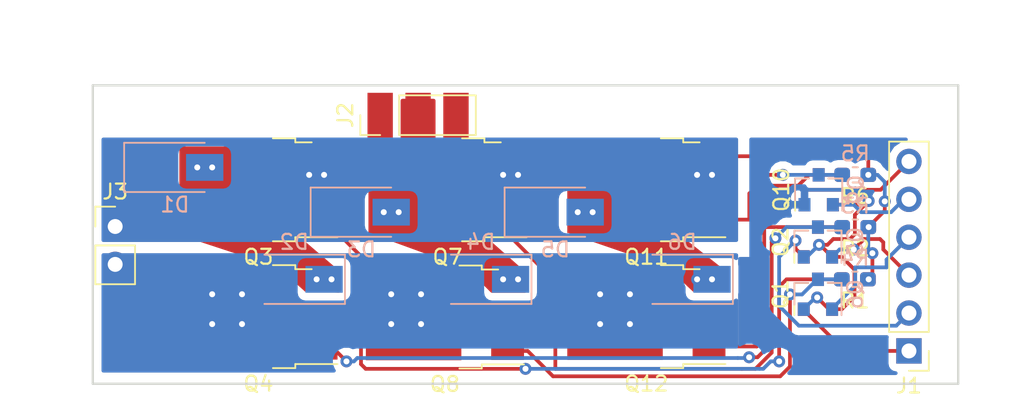
<source format=kicad_pcb>
(kicad_pcb (version 20171130) (host pcbnew "(5.0.1)-3")

  (general
    (thickness 1.6)
    (drawings 4)
    (tracks 200)
    (zones 0)
    (modules 27)
    (nets 18)
  )

  (page A4)
  (layers
    (0 F.Cu signal)
    (31 B.Cu signal)
    (32 B.Adhes user)
    (33 F.Adhes user hide)
    (34 B.Paste user)
    (35 F.Paste user hide)
    (36 B.SilkS user)
    (37 F.SilkS user hide)
    (38 B.Mask user)
    (39 F.Mask user hide)
    (40 Dwgs.User user)
    (41 Cmts.User user)
    (42 Eco1.User user)
    (43 Eco2.User user)
    (44 Edge.Cuts user)
    (45 Margin user)
    (46 B.CrtYd user)
    (47 F.CrtYd user)
    (48 B.Fab user)
    (49 F.Fab user)
  )

  (setup
    (last_trace_width 0.25)
    (trace_clearance 0.2)
    (zone_clearance 0.508)
    (zone_45_only no)
    (trace_min 0.2)
    (segment_width 0.2)
    (edge_width 0.15)
    (via_size 0.8)
    (via_drill 0.4)
    (via_min_size 0.4)
    (via_min_drill 0.3)
    (uvia_size 0.3)
    (uvia_drill 0.1)
    (uvias_allowed no)
    (uvia_min_size 0.2)
    (uvia_min_drill 0.1)
    (pcb_text_width 0.3)
    (pcb_text_size 1.5 1.5)
    (mod_edge_width 0.15)
    (mod_text_size 1 1)
    (mod_text_width 0.15)
    (pad_size 3 3)
    (pad_drill 0)
    (pad_to_mask_clearance 0.051)
    (solder_mask_min_width 0.25)
    (aux_axis_origin 0 0)
    (visible_elements 7FFFFFFF)
    (pcbplotparams
      (layerselection 0x010fc_ffffffff)
      (usegerberextensions false)
      (usegerberattributes false)
      (usegerberadvancedattributes false)
      (creategerberjobfile false)
      (excludeedgelayer true)
      (linewidth 0.100000)
      (plotframeref false)
      (viasonmask false)
      (mode 1)
      (useauxorigin false)
      (hpglpennumber 1)
      (hpglpenspeed 20)
      (hpglpendiameter 15.000000)
      (psnegative false)
      (psa4output false)
      (plotreference true)
      (plotvalue true)
      (plotinvisibletext false)
      (padsonsilk false)
      (subtractmaskfromsilk false)
      (outputformat 1)
      (mirror false)
      (drillshape 1)
      (scaleselection 1)
      (outputdirectory ""))
  )

  (net 0 "")
  (net 1 "Net-(Q1-Pad3)")
  (net 2 VCC)
  (net 3 OUT1)
  (net 4 "Net-(Q2-Pad3)")
  (net 5 GND)
  (net 6 OUT2)
  (net 7 "Net-(Q5-Pad3)")
  (net 8 "Net-(Q6-Pad3)")
  (net 9 "Net-(Q11-Pad1)")
  (net 10 OUT3)
  (net 11 "Net-(Q10-Pad3)")
  (net 12 IN1)
  (net 13 IN2)
  (net 14 IN3)
  (net 15 IN4)
  (net 16 IN5)
  (net 17 IN6)

  (net_class Default "This is the default net class."
    (clearance 0.2)
    (trace_width 0.25)
    (via_dia 0.8)
    (via_drill 0.4)
    (uvia_dia 0.3)
    (uvia_drill 0.1)
    (add_net GND)
    (add_net IN1)
    (add_net IN2)
    (add_net IN3)
    (add_net IN4)
    (add_net IN5)
    (add_net IN6)
    (add_net "Net-(Q1-Pad3)")
    (add_net "Net-(Q10-Pad3)")
    (add_net "Net-(Q11-Pad1)")
    (add_net "Net-(Q2-Pad3)")
    (add_net "Net-(Q5-Pad3)")
    (add_net "Net-(Q6-Pad3)")
    (add_net OUT1)
    (add_net OUT2)
    (add_net OUT3)
    (add_net VCC)
  )

  (net_class Wide ""
    (clearance 0.2)
    (trace_width 2)
    (via_dia 0.8)
    (via_drill 0.4)
    (uvia_dia 0.3)
    (uvia_drill 0.1)
  )

  (module Package_TO_SOT_SMD:TO-252-2 (layer F.Cu) (tedit 5A70A390) (tstamp 5E4F9071)
    (at 132.1 83 180)
    (descr "TO-252 / DPAK SMD package, http://www.infineon.com/cms/en/product/packages/PG-TO252/PG-TO252-3-1/")
    (tags "DPAK TO-252 DPAK-3 TO-252-3 SOT-428")
    (path /5E436800)
    (attr smd)
    (fp_text reference Q3 (at 0 -4.5 180) (layer F.SilkS)
      (effects (font (size 1 1) (thickness 0.15)))
    )
    (fp_text value "P Channel 40V 30A" (at 0 4.5 180) (layer F.Fab)
      (effects (font (size 1 1) (thickness 0.15)))
    )
    (fp_line (start 3.95 -2.7) (end 4.95 -2.7) (layer F.Fab) (width 0.1))
    (fp_line (start 4.95 -2.7) (end 4.95 2.7) (layer F.Fab) (width 0.1))
    (fp_line (start 4.95 2.7) (end 3.95 2.7) (layer F.Fab) (width 0.1))
    (fp_line (start 3.95 -3.25) (end 3.95 3.25) (layer F.Fab) (width 0.1))
    (fp_line (start 3.95 3.25) (end -2.27 3.25) (layer F.Fab) (width 0.1))
    (fp_line (start -2.27 3.25) (end -2.27 -2.25) (layer F.Fab) (width 0.1))
    (fp_line (start -2.27 -2.25) (end -1.27 -3.25) (layer F.Fab) (width 0.1))
    (fp_line (start -1.27 -3.25) (end 3.95 -3.25) (layer F.Fab) (width 0.1))
    (fp_line (start -1.865 -2.655) (end -4.97 -2.655) (layer F.Fab) (width 0.1))
    (fp_line (start -4.97 -2.655) (end -4.97 -1.905) (layer F.Fab) (width 0.1))
    (fp_line (start -4.97 -1.905) (end -2.27 -1.905) (layer F.Fab) (width 0.1))
    (fp_line (start -2.27 1.905) (end -4.97 1.905) (layer F.Fab) (width 0.1))
    (fp_line (start -4.97 1.905) (end -4.97 2.655) (layer F.Fab) (width 0.1))
    (fp_line (start -4.97 2.655) (end -2.27 2.655) (layer F.Fab) (width 0.1))
    (fp_line (start -0.97 -3.45) (end -2.47 -3.45) (layer F.SilkS) (width 0.12))
    (fp_line (start -2.47 -3.45) (end -2.47 -3.18) (layer F.SilkS) (width 0.12))
    (fp_line (start -2.47 -3.18) (end -5.3 -3.18) (layer F.SilkS) (width 0.12))
    (fp_line (start -0.97 3.45) (end -2.47 3.45) (layer F.SilkS) (width 0.12))
    (fp_line (start -2.47 3.45) (end -2.47 3.18) (layer F.SilkS) (width 0.12))
    (fp_line (start -2.47 3.18) (end -3.57 3.18) (layer F.SilkS) (width 0.12))
    (fp_line (start -5.55 -3.5) (end -5.55 3.5) (layer F.CrtYd) (width 0.05))
    (fp_line (start -5.55 3.5) (end 5.55 3.5) (layer F.CrtYd) (width 0.05))
    (fp_line (start 5.55 3.5) (end 5.55 -3.5) (layer F.CrtYd) (width 0.05))
    (fp_line (start 5.55 -3.5) (end -5.55 -3.5) (layer F.CrtYd) (width 0.05))
    (fp_text user %R (at 0 0 180) (layer F.Fab)
      (effects (font (size 1 1) (thickness 0.15)))
    )
    (pad 1 smd rect (at -4.2 -2.28 180) (size 2.2 1.2) (layers F.Cu F.Paste F.Mask)
      (net 1 "Net-(Q1-Pad3)"))
    (pad 3 smd rect (at -4.2 2.28 180) (size 2.2 1.2) (layers F.Cu F.Paste F.Mask)
      (net 2 VCC))
    (pad 2 smd rect (at 2.1 0 180) (size 6.4 5.8) (layers F.Cu F.Mask)
      (net 3 OUT1))
    (pad "" smd rect (at 3.775 1.525 180) (size 3.05 2.75) (layers F.Paste))
    (pad "" smd rect (at 0.425 -1.525 180) (size 3.05 2.75) (layers F.Paste))
    (pad "" smd rect (at 3.775 -1.525 180) (size 3.05 2.75) (layers F.Paste))
    (pad "" smd rect (at 0.425 1.525 180) (size 3.05 2.75) (layers F.Paste))
    (model ${KISYS3DMOD}/Package_TO_SOT_SMD.3dshapes/TO-252-2.wrl
      (at (xyz 0 0 0))
      (scale (xyz 1 1 1))
      (rotate (xyz 0 0 0))
    )
  )

  (module Package_TO_SOT_SMD:TO-252-2 (layer F.Cu) (tedit 5A70A390) (tstamp 5E4F90AA)
    (at 144.775 83 180)
    (descr "TO-252 / DPAK SMD package, http://www.infineon.com/cms/en/product/packages/PG-TO252/PG-TO252-3-1/")
    (tags "DPAK TO-252 DPAK-3 TO-252-3 SOT-428")
    (path /5E4385BF)
    (attr smd)
    (fp_text reference Q7 (at 0 -4.5 180) (layer F.SilkS)
      (effects (font (size 1 1) (thickness 0.15)))
    )
    (fp_text value "P Channel 40V 30A" (at 0 4.5 180) (layer F.Fab)
      (effects (font (size 1 1) (thickness 0.15)))
    )
    (fp_text user %R (at 0 0 180) (layer F.Fab)
      (effects (font (size 1 1) (thickness 0.15)))
    )
    (fp_line (start 5.55 -3.5) (end -5.55 -3.5) (layer F.CrtYd) (width 0.05))
    (fp_line (start 5.55 3.5) (end 5.55 -3.5) (layer F.CrtYd) (width 0.05))
    (fp_line (start -5.55 3.5) (end 5.55 3.5) (layer F.CrtYd) (width 0.05))
    (fp_line (start -5.55 -3.5) (end -5.55 3.5) (layer F.CrtYd) (width 0.05))
    (fp_line (start -2.47 3.18) (end -3.57 3.18) (layer F.SilkS) (width 0.12))
    (fp_line (start -2.47 3.45) (end -2.47 3.18) (layer F.SilkS) (width 0.12))
    (fp_line (start -0.97 3.45) (end -2.47 3.45) (layer F.SilkS) (width 0.12))
    (fp_line (start -2.47 -3.18) (end -5.3 -3.18) (layer F.SilkS) (width 0.12))
    (fp_line (start -2.47 -3.45) (end -2.47 -3.18) (layer F.SilkS) (width 0.12))
    (fp_line (start -0.97 -3.45) (end -2.47 -3.45) (layer F.SilkS) (width 0.12))
    (fp_line (start -4.97 2.655) (end -2.27 2.655) (layer F.Fab) (width 0.1))
    (fp_line (start -4.97 1.905) (end -4.97 2.655) (layer F.Fab) (width 0.1))
    (fp_line (start -2.27 1.905) (end -4.97 1.905) (layer F.Fab) (width 0.1))
    (fp_line (start -4.97 -1.905) (end -2.27 -1.905) (layer F.Fab) (width 0.1))
    (fp_line (start -4.97 -2.655) (end -4.97 -1.905) (layer F.Fab) (width 0.1))
    (fp_line (start -1.865 -2.655) (end -4.97 -2.655) (layer F.Fab) (width 0.1))
    (fp_line (start -1.27 -3.25) (end 3.95 -3.25) (layer F.Fab) (width 0.1))
    (fp_line (start -2.27 -2.25) (end -1.27 -3.25) (layer F.Fab) (width 0.1))
    (fp_line (start -2.27 3.25) (end -2.27 -2.25) (layer F.Fab) (width 0.1))
    (fp_line (start 3.95 3.25) (end -2.27 3.25) (layer F.Fab) (width 0.1))
    (fp_line (start 3.95 -3.25) (end 3.95 3.25) (layer F.Fab) (width 0.1))
    (fp_line (start 4.95 2.7) (end 3.95 2.7) (layer F.Fab) (width 0.1))
    (fp_line (start 4.95 -2.7) (end 4.95 2.7) (layer F.Fab) (width 0.1))
    (fp_line (start 3.95 -2.7) (end 4.95 -2.7) (layer F.Fab) (width 0.1))
    (pad "" smd rect (at 0.425 1.525 180) (size 3.05 2.75) (layers F.Paste))
    (pad "" smd rect (at 3.775 -1.525 180) (size 3.05 2.75) (layers F.Paste))
    (pad "" smd rect (at 0.425 -1.525 180) (size 3.05 2.75) (layers F.Paste))
    (pad "" smd rect (at 3.775 1.525 180) (size 3.05 2.75) (layers F.Paste))
    (pad 2 smd rect (at 2.1 0 180) (size 6.4 5.8) (layers F.Cu F.Mask)
      (net 6 OUT2))
    (pad 3 smd rect (at -4.2 2.28 180) (size 2.2 1.2) (layers F.Cu F.Paste F.Mask)
      (net 2 VCC))
    (pad 1 smd rect (at -4.2 -2.28 180) (size 2.2 1.2) (layers F.Cu F.Paste F.Mask)
      (net 7 "Net-(Q5-Pad3)"))
    (model ${KISYS3DMOD}/Package_TO_SOT_SMD.3dshapes/TO-252-2.wrl
      (at (xyz 0 0 0))
      (scale (xyz 1 1 1))
      (rotate (xyz 0 0 0))
    )
  )

  (module Package_TO_SOT_SMD:TO-252-2 (layer F.Cu) (tedit 5A70A390) (tstamp 5E4F90E3)
    (at 158.1 83 180)
    (descr "TO-252 / DPAK SMD package, http://www.infineon.com/cms/en/product/packages/PG-TO252/PG-TO252-3-1/")
    (tags "DPAK TO-252 DPAK-3 TO-252-3 SOT-428")
    (path /5E4396CC)
    (attr smd)
    (fp_text reference Q11 (at 0 -4.5 180) (layer F.SilkS)
      (effects (font (size 1 1) (thickness 0.15)))
    )
    (fp_text value "P Channel 40V 30A" (at 0 4.5 180) (layer F.Fab)
      (effects (font (size 1 1) (thickness 0.15)))
    )
    (fp_line (start 3.95 -2.7) (end 4.95 -2.7) (layer F.Fab) (width 0.1))
    (fp_line (start 4.95 -2.7) (end 4.95 2.7) (layer F.Fab) (width 0.1))
    (fp_line (start 4.95 2.7) (end 3.95 2.7) (layer F.Fab) (width 0.1))
    (fp_line (start 3.95 -3.25) (end 3.95 3.25) (layer F.Fab) (width 0.1))
    (fp_line (start 3.95 3.25) (end -2.27 3.25) (layer F.Fab) (width 0.1))
    (fp_line (start -2.27 3.25) (end -2.27 -2.25) (layer F.Fab) (width 0.1))
    (fp_line (start -2.27 -2.25) (end -1.27 -3.25) (layer F.Fab) (width 0.1))
    (fp_line (start -1.27 -3.25) (end 3.95 -3.25) (layer F.Fab) (width 0.1))
    (fp_line (start -1.865 -2.655) (end -4.97 -2.655) (layer F.Fab) (width 0.1))
    (fp_line (start -4.97 -2.655) (end -4.97 -1.905) (layer F.Fab) (width 0.1))
    (fp_line (start -4.97 -1.905) (end -2.27 -1.905) (layer F.Fab) (width 0.1))
    (fp_line (start -2.27 1.905) (end -4.97 1.905) (layer F.Fab) (width 0.1))
    (fp_line (start -4.97 1.905) (end -4.97 2.655) (layer F.Fab) (width 0.1))
    (fp_line (start -4.97 2.655) (end -2.27 2.655) (layer F.Fab) (width 0.1))
    (fp_line (start -0.97 -3.45) (end -2.47 -3.45) (layer F.SilkS) (width 0.12))
    (fp_line (start -2.47 -3.45) (end -2.47 -3.18) (layer F.SilkS) (width 0.12))
    (fp_line (start -2.47 -3.18) (end -5.3 -3.18) (layer F.SilkS) (width 0.12))
    (fp_line (start -0.97 3.45) (end -2.47 3.45) (layer F.SilkS) (width 0.12))
    (fp_line (start -2.47 3.45) (end -2.47 3.18) (layer F.SilkS) (width 0.12))
    (fp_line (start -2.47 3.18) (end -3.57 3.18) (layer F.SilkS) (width 0.12))
    (fp_line (start -5.55 -3.5) (end -5.55 3.5) (layer F.CrtYd) (width 0.05))
    (fp_line (start -5.55 3.5) (end 5.55 3.5) (layer F.CrtYd) (width 0.05))
    (fp_line (start 5.55 3.5) (end 5.55 -3.5) (layer F.CrtYd) (width 0.05))
    (fp_line (start 5.55 -3.5) (end -5.55 -3.5) (layer F.CrtYd) (width 0.05))
    (fp_text user %R (at 0 0 180) (layer F.Fab)
      (effects (font (size 1 1) (thickness 0.15)))
    )
    (pad 1 smd rect (at -4.2 -2.28 180) (size 2.2 1.2) (layers F.Cu F.Paste F.Mask)
      (net 9 "Net-(Q11-Pad1)"))
    (pad 3 smd rect (at -4.2 2.28 180) (size 2.2 1.2) (layers F.Cu F.Paste F.Mask)
      (net 2 VCC))
    (pad 2 smd rect (at 2.1 0 180) (size 6.4 5.8) (layers F.Cu F.Mask)
      (net 10 OUT3))
    (pad "" smd rect (at 3.775 1.525 180) (size 3.05 2.75) (layers F.Paste))
    (pad "" smd rect (at 0.425 -1.525 180) (size 3.05 2.75) (layers F.Paste))
    (pad "" smd rect (at 3.775 -1.525 180) (size 3.05 2.75) (layers F.Paste))
    (pad "" smd rect (at 0.425 1.525 180) (size 3.05 2.75) (layers F.Paste))
    (model ${KISYS3DMOD}/Package_TO_SOT_SMD.3dshapes/TO-252-2.wrl
      (at (xyz 0 0 0))
      (scale (xyz 1 1 1))
      (rotate (xyz 0 0 0))
    )
  )

  (module Diode_SMD:D_SMA (layer B.Cu) (tedit 586432E5) (tstamp 5E5BB99D)
    (at 126.5 81.5)
    (descr "Diode SMA (DO-214AC)")
    (tags "Diode SMA (DO-214AC)")
    (path /5E436CBB)
    (attr smd)
    (fp_text reference D1 (at 0 2.5) (layer B.SilkS)
      (effects (font (size 1 1) (thickness 0.15)) (justify mirror))
    )
    (fp_text value D (at 0 -2.6) (layer B.Fab)
      (effects (font (size 1 1) (thickness 0.15)) (justify mirror))
    )
    (fp_line (start -3.4 1.65) (end 2 1.65) (layer B.SilkS) (width 0.12))
    (fp_line (start -3.4 -1.65) (end 2 -1.65) (layer B.SilkS) (width 0.12))
    (fp_line (start -0.64944 -0.00102) (end 0.50118 0.79908) (layer B.Fab) (width 0.1))
    (fp_line (start -0.64944 -0.00102) (end 0.50118 -0.75032) (layer B.Fab) (width 0.1))
    (fp_line (start 0.50118 -0.75032) (end 0.50118 0.79908) (layer B.Fab) (width 0.1))
    (fp_line (start -0.64944 0.79908) (end -0.64944 -0.80112) (layer B.Fab) (width 0.1))
    (fp_line (start 0.50118 -0.00102) (end 1.4994 -0.00102) (layer B.Fab) (width 0.1))
    (fp_line (start -0.64944 -0.00102) (end -1.55114 -0.00102) (layer B.Fab) (width 0.1))
    (fp_line (start -3.5 -1.75) (end -3.5 1.75) (layer B.CrtYd) (width 0.05))
    (fp_line (start 3.5 -1.75) (end -3.5 -1.75) (layer B.CrtYd) (width 0.05))
    (fp_line (start 3.5 1.75) (end 3.5 -1.75) (layer B.CrtYd) (width 0.05))
    (fp_line (start -3.5 1.75) (end 3.5 1.75) (layer B.CrtYd) (width 0.05))
    (fp_line (start 2.3 1.5) (end -2.3 1.5) (layer B.Fab) (width 0.1))
    (fp_line (start 2.3 1.5) (end 2.3 -1.5) (layer B.Fab) (width 0.1))
    (fp_line (start -2.3 -1.5) (end -2.3 1.5) (layer B.Fab) (width 0.1))
    (fp_line (start 2.3 -1.5) (end -2.3 -1.5) (layer B.Fab) (width 0.1))
    (fp_line (start -3.4 1.65) (end -3.4 -1.65) (layer B.SilkS) (width 0.12))
    (fp_text user %R (at 0 2.5) (layer B.Fab)
      (effects (font (size 1 1) (thickness 0.15)) (justify mirror))
    )
    (pad 2 smd rect (at 2 0) (size 2.5 1.8) (layers B.Cu B.Paste B.Mask)
      (net 3 OUT1))
    (pad 1 smd rect (at -2 0) (size 2.5 1.8) (layers B.Cu B.Paste B.Mask)
      (net 2 VCC))
    (model ${KISYS3DMOD}/Diode_SMD.3dshapes/D_SMA.wrl
      (at (xyz 0 0 0))
      (scale (xyz 1 1 1))
      (rotate (xyz 0 0 0))
    )
  )

  (module Diode_SMD:D_SMA (layer B.Cu) (tedit 586432E5) (tstamp 5E5BB9B5)
    (at 134.5 89 180)
    (descr "Diode SMA (DO-214AC)")
    (tags "Diode SMA (DO-214AC)")
    (path /5E436D7D)
    (attr smd)
    (fp_text reference D2 (at 0 2.5 180) (layer B.SilkS)
      (effects (font (size 1 1) (thickness 0.15)) (justify mirror))
    )
    (fp_text value D (at 0 -2.6 180) (layer B.Fab)
      (effects (font (size 1 1) (thickness 0.15)) (justify mirror))
    )
    (fp_text user %R (at 0 2.5 180) (layer B.Fab)
      (effects (font (size 1 1) (thickness 0.15)) (justify mirror))
    )
    (fp_line (start -3.4 1.65) (end -3.4 -1.65) (layer B.SilkS) (width 0.12))
    (fp_line (start 2.3 -1.5) (end -2.3 -1.5) (layer B.Fab) (width 0.1))
    (fp_line (start -2.3 -1.5) (end -2.3 1.5) (layer B.Fab) (width 0.1))
    (fp_line (start 2.3 1.5) (end 2.3 -1.5) (layer B.Fab) (width 0.1))
    (fp_line (start 2.3 1.5) (end -2.3 1.5) (layer B.Fab) (width 0.1))
    (fp_line (start -3.5 1.75) (end 3.5 1.75) (layer B.CrtYd) (width 0.05))
    (fp_line (start 3.5 1.75) (end 3.5 -1.75) (layer B.CrtYd) (width 0.05))
    (fp_line (start 3.5 -1.75) (end -3.5 -1.75) (layer B.CrtYd) (width 0.05))
    (fp_line (start -3.5 -1.75) (end -3.5 1.75) (layer B.CrtYd) (width 0.05))
    (fp_line (start -0.64944 -0.00102) (end -1.55114 -0.00102) (layer B.Fab) (width 0.1))
    (fp_line (start 0.50118 -0.00102) (end 1.4994 -0.00102) (layer B.Fab) (width 0.1))
    (fp_line (start -0.64944 0.79908) (end -0.64944 -0.80112) (layer B.Fab) (width 0.1))
    (fp_line (start 0.50118 -0.75032) (end 0.50118 0.79908) (layer B.Fab) (width 0.1))
    (fp_line (start -0.64944 -0.00102) (end 0.50118 -0.75032) (layer B.Fab) (width 0.1))
    (fp_line (start -0.64944 -0.00102) (end 0.50118 0.79908) (layer B.Fab) (width 0.1))
    (fp_line (start -3.4 -1.65) (end 2 -1.65) (layer B.SilkS) (width 0.12))
    (fp_line (start -3.4 1.65) (end 2 1.65) (layer B.SilkS) (width 0.12))
    (pad 1 smd rect (at -2 0 180) (size 2.5 1.8) (layers B.Cu B.Paste B.Mask)
      (net 3 OUT1))
    (pad 2 smd rect (at 2 0 180) (size 2.5 1.8) (layers B.Cu B.Paste B.Mask)
      (net 5 GND))
    (model ${KISYS3DMOD}/Diode_SMD.3dshapes/D_SMA.wrl
      (at (xyz 0 0 0))
      (scale (xyz 1 1 1))
      (rotate (xyz 0 0 0))
    )
  )

  (module Diode_SMD:D_SMA (layer B.Cu) (tedit 586432E5) (tstamp 5E5BB9CD)
    (at 139 84.5)
    (descr "Diode SMA (DO-214AC)")
    (tags "Diode SMA (DO-214AC)")
    (path /5E4385CD)
    (attr smd)
    (fp_text reference D3 (at 0 2.5) (layer B.SilkS)
      (effects (font (size 1 1) (thickness 0.15)) (justify mirror))
    )
    (fp_text value D (at 0 -2.6) (layer B.Fab)
      (effects (font (size 1 1) (thickness 0.15)) (justify mirror))
    )
    (fp_text user %R (at 0 2.5) (layer B.Fab)
      (effects (font (size 1 1) (thickness 0.15)) (justify mirror))
    )
    (fp_line (start -3.4 1.65) (end -3.4 -1.65) (layer B.SilkS) (width 0.12))
    (fp_line (start 2.3 -1.5) (end -2.3 -1.5) (layer B.Fab) (width 0.1))
    (fp_line (start -2.3 -1.5) (end -2.3 1.5) (layer B.Fab) (width 0.1))
    (fp_line (start 2.3 1.5) (end 2.3 -1.5) (layer B.Fab) (width 0.1))
    (fp_line (start 2.3 1.5) (end -2.3 1.5) (layer B.Fab) (width 0.1))
    (fp_line (start -3.5 1.75) (end 3.5 1.75) (layer B.CrtYd) (width 0.05))
    (fp_line (start 3.5 1.75) (end 3.5 -1.75) (layer B.CrtYd) (width 0.05))
    (fp_line (start 3.5 -1.75) (end -3.5 -1.75) (layer B.CrtYd) (width 0.05))
    (fp_line (start -3.5 -1.75) (end -3.5 1.75) (layer B.CrtYd) (width 0.05))
    (fp_line (start -0.64944 -0.00102) (end -1.55114 -0.00102) (layer B.Fab) (width 0.1))
    (fp_line (start 0.50118 -0.00102) (end 1.4994 -0.00102) (layer B.Fab) (width 0.1))
    (fp_line (start -0.64944 0.79908) (end -0.64944 -0.80112) (layer B.Fab) (width 0.1))
    (fp_line (start 0.50118 -0.75032) (end 0.50118 0.79908) (layer B.Fab) (width 0.1))
    (fp_line (start -0.64944 -0.00102) (end 0.50118 -0.75032) (layer B.Fab) (width 0.1))
    (fp_line (start -0.64944 -0.00102) (end 0.50118 0.79908) (layer B.Fab) (width 0.1))
    (fp_line (start -3.4 -1.65) (end 2 -1.65) (layer B.SilkS) (width 0.12))
    (fp_line (start -3.4 1.65) (end 2 1.65) (layer B.SilkS) (width 0.12))
    (pad 1 smd rect (at -2 0) (size 2.5 1.8) (layers B.Cu B.Paste B.Mask)
      (net 2 VCC))
    (pad 2 smd rect (at 2 0) (size 2.5 1.8) (layers B.Cu B.Paste B.Mask)
      (net 6 OUT2))
    (model ${KISYS3DMOD}/Diode_SMD.3dshapes/D_SMA.wrl
      (at (xyz 0 0 0))
      (scale (xyz 1 1 1))
      (rotate (xyz 0 0 0))
    )
  )

  (module Diode_SMD:D_SMA (layer B.Cu) (tedit 586432E5) (tstamp 5E5BB9E5)
    (at 147 89 180)
    (descr "Diode SMA (DO-214AC)")
    (tags "Diode SMA (DO-214AC)")
    (path /5E4385D4)
    (attr smd)
    (fp_text reference D4 (at 0 2.5 180) (layer B.SilkS)
      (effects (font (size 1 1) (thickness 0.15)) (justify mirror))
    )
    (fp_text value D (at 0 -2.6 180) (layer B.Fab)
      (effects (font (size 1 1) (thickness 0.15)) (justify mirror))
    )
    (fp_line (start -3.4 1.65) (end 2 1.65) (layer B.SilkS) (width 0.12))
    (fp_line (start -3.4 -1.65) (end 2 -1.65) (layer B.SilkS) (width 0.12))
    (fp_line (start -0.64944 -0.00102) (end 0.50118 0.79908) (layer B.Fab) (width 0.1))
    (fp_line (start -0.64944 -0.00102) (end 0.50118 -0.75032) (layer B.Fab) (width 0.1))
    (fp_line (start 0.50118 -0.75032) (end 0.50118 0.79908) (layer B.Fab) (width 0.1))
    (fp_line (start -0.64944 0.79908) (end -0.64944 -0.80112) (layer B.Fab) (width 0.1))
    (fp_line (start 0.50118 -0.00102) (end 1.4994 -0.00102) (layer B.Fab) (width 0.1))
    (fp_line (start -0.64944 -0.00102) (end -1.55114 -0.00102) (layer B.Fab) (width 0.1))
    (fp_line (start -3.5 -1.75) (end -3.5 1.75) (layer B.CrtYd) (width 0.05))
    (fp_line (start 3.5 -1.75) (end -3.5 -1.75) (layer B.CrtYd) (width 0.05))
    (fp_line (start 3.5 1.75) (end 3.5 -1.75) (layer B.CrtYd) (width 0.05))
    (fp_line (start -3.5 1.75) (end 3.5 1.75) (layer B.CrtYd) (width 0.05))
    (fp_line (start 2.3 1.5) (end -2.3 1.5) (layer B.Fab) (width 0.1))
    (fp_line (start 2.3 1.5) (end 2.3 -1.5) (layer B.Fab) (width 0.1))
    (fp_line (start -2.3 -1.5) (end -2.3 1.5) (layer B.Fab) (width 0.1))
    (fp_line (start 2.3 -1.5) (end -2.3 -1.5) (layer B.Fab) (width 0.1))
    (fp_line (start -3.4 1.65) (end -3.4 -1.65) (layer B.SilkS) (width 0.12))
    (fp_text user %R (at 0 2.5 180) (layer B.Fab)
      (effects (font (size 1 1) (thickness 0.15)) (justify mirror))
    )
    (pad 2 smd rect (at 2 0 180) (size 2.5 1.8) (layers B.Cu B.Paste B.Mask)
      (net 5 GND))
    (pad 1 smd rect (at -2 0 180) (size 2.5 1.8) (layers B.Cu B.Paste B.Mask)
      (net 6 OUT2))
    (model ${KISYS3DMOD}/Diode_SMD.3dshapes/D_SMA.wrl
      (at (xyz 0 0 0))
      (scale (xyz 1 1 1))
      (rotate (xyz 0 0 0))
    )
  )

  (module Diode_SMD:D_SMA (layer B.Cu) (tedit 586432E5) (tstamp 5E5BB9FD)
    (at 152 84.5)
    (descr "Diode SMA (DO-214AC)")
    (tags "Diode SMA (DO-214AC)")
    (path /5E4396DA)
    (attr smd)
    (fp_text reference D5 (at 0 2.5) (layer B.SilkS)
      (effects (font (size 1 1) (thickness 0.15)) (justify mirror))
    )
    (fp_text value D (at 0 -2.6) (layer B.Fab)
      (effects (font (size 1 1) (thickness 0.15)) (justify mirror))
    )
    (fp_text user %R (at 0 2.5) (layer B.Fab)
      (effects (font (size 1 1) (thickness 0.15)) (justify mirror))
    )
    (fp_line (start -3.4 1.65) (end -3.4 -1.65) (layer B.SilkS) (width 0.12))
    (fp_line (start 2.3 -1.5) (end -2.3 -1.5) (layer B.Fab) (width 0.1))
    (fp_line (start -2.3 -1.5) (end -2.3 1.5) (layer B.Fab) (width 0.1))
    (fp_line (start 2.3 1.5) (end 2.3 -1.5) (layer B.Fab) (width 0.1))
    (fp_line (start 2.3 1.5) (end -2.3 1.5) (layer B.Fab) (width 0.1))
    (fp_line (start -3.5 1.75) (end 3.5 1.75) (layer B.CrtYd) (width 0.05))
    (fp_line (start 3.5 1.75) (end 3.5 -1.75) (layer B.CrtYd) (width 0.05))
    (fp_line (start 3.5 -1.75) (end -3.5 -1.75) (layer B.CrtYd) (width 0.05))
    (fp_line (start -3.5 -1.75) (end -3.5 1.75) (layer B.CrtYd) (width 0.05))
    (fp_line (start -0.64944 -0.00102) (end -1.55114 -0.00102) (layer B.Fab) (width 0.1))
    (fp_line (start 0.50118 -0.00102) (end 1.4994 -0.00102) (layer B.Fab) (width 0.1))
    (fp_line (start -0.64944 0.79908) (end -0.64944 -0.80112) (layer B.Fab) (width 0.1))
    (fp_line (start 0.50118 -0.75032) (end 0.50118 0.79908) (layer B.Fab) (width 0.1))
    (fp_line (start -0.64944 -0.00102) (end 0.50118 -0.75032) (layer B.Fab) (width 0.1))
    (fp_line (start -0.64944 -0.00102) (end 0.50118 0.79908) (layer B.Fab) (width 0.1))
    (fp_line (start -3.4 -1.65) (end 2 -1.65) (layer B.SilkS) (width 0.12))
    (fp_line (start -3.4 1.65) (end 2 1.65) (layer B.SilkS) (width 0.12))
    (pad 1 smd rect (at -2 0) (size 2.5 1.8) (layers B.Cu B.Paste B.Mask)
      (net 2 VCC))
    (pad 2 smd rect (at 2 0) (size 2.5 1.8) (layers B.Cu B.Paste B.Mask)
      (net 10 OUT3))
    (model ${KISYS3DMOD}/Diode_SMD.3dshapes/D_SMA.wrl
      (at (xyz 0 0 0))
      (scale (xyz 1 1 1))
      (rotate (xyz 0 0 0))
    )
  )

  (module Diode_SMD:D_SMA (layer B.Cu) (tedit 586432E5) (tstamp 5E5BBA15)
    (at 160.5 89 180)
    (descr "Diode SMA (DO-214AC)")
    (tags "Diode SMA (DO-214AC)")
    (path /5E4396E1)
    (attr smd)
    (fp_text reference D6 (at 0 2.5 180) (layer B.SilkS)
      (effects (font (size 1 1) (thickness 0.15)) (justify mirror))
    )
    (fp_text value D (at 0 -2.6 180) (layer B.Fab)
      (effects (font (size 1 1) (thickness 0.15)) (justify mirror))
    )
    (fp_line (start -3.4 1.65) (end 2 1.65) (layer B.SilkS) (width 0.12))
    (fp_line (start -3.4 -1.65) (end 2 -1.65) (layer B.SilkS) (width 0.12))
    (fp_line (start -0.64944 -0.00102) (end 0.50118 0.79908) (layer B.Fab) (width 0.1))
    (fp_line (start -0.64944 -0.00102) (end 0.50118 -0.75032) (layer B.Fab) (width 0.1))
    (fp_line (start 0.50118 -0.75032) (end 0.50118 0.79908) (layer B.Fab) (width 0.1))
    (fp_line (start -0.64944 0.79908) (end -0.64944 -0.80112) (layer B.Fab) (width 0.1))
    (fp_line (start 0.50118 -0.00102) (end 1.4994 -0.00102) (layer B.Fab) (width 0.1))
    (fp_line (start -0.64944 -0.00102) (end -1.55114 -0.00102) (layer B.Fab) (width 0.1))
    (fp_line (start -3.5 -1.75) (end -3.5 1.75) (layer B.CrtYd) (width 0.05))
    (fp_line (start 3.5 -1.75) (end -3.5 -1.75) (layer B.CrtYd) (width 0.05))
    (fp_line (start 3.5 1.75) (end 3.5 -1.75) (layer B.CrtYd) (width 0.05))
    (fp_line (start -3.5 1.75) (end 3.5 1.75) (layer B.CrtYd) (width 0.05))
    (fp_line (start 2.3 1.5) (end -2.3 1.5) (layer B.Fab) (width 0.1))
    (fp_line (start 2.3 1.5) (end 2.3 -1.5) (layer B.Fab) (width 0.1))
    (fp_line (start -2.3 -1.5) (end -2.3 1.5) (layer B.Fab) (width 0.1))
    (fp_line (start 2.3 -1.5) (end -2.3 -1.5) (layer B.Fab) (width 0.1))
    (fp_line (start -3.4 1.65) (end -3.4 -1.65) (layer B.SilkS) (width 0.12))
    (fp_text user %R (at 0 2.5 180) (layer B.Fab)
      (effects (font (size 1 1) (thickness 0.15)) (justify mirror))
    )
    (pad 2 smd rect (at 2 0 180) (size 2.5 1.8) (layers B.Cu B.Paste B.Mask)
      (net 5 GND))
    (pad 1 smd rect (at -2 0 180) (size 2.5 1.8) (layers B.Cu B.Paste B.Mask)
      (net 10 OUT3))
    (model ${KISYS3DMOD}/Diode_SMD.3dshapes/D_SMA.wrl
      (at (xyz 0 0 0))
      (scale (xyz 1 1 1))
      (rotate (xyz 0 0 0))
    )
  )

  (module Connector_PinHeader_2.54mm:PinHeader_1x06_P2.54mm_Vertical (layer F.Cu) (tedit 59FED5CC) (tstamp 5E5BBA2F)
    (at 175.7 93.8 180)
    (descr "Through hole straight pin header, 1x06, 2.54mm pitch, single row")
    (tags "Through hole pin header THT 1x06 2.54mm single row")
    (path /5E43BAEE)
    (fp_text reference J1 (at 0 -2.33 180) (layer F.SilkS)
      (effects (font (size 1 1) (thickness 0.15)))
    )
    (fp_text value Conn_01x06_Female (at 0 15.03 180) (layer F.Fab)
      (effects (font (size 1 1) (thickness 0.15)))
    )
    (fp_line (start -0.635 -1.27) (end 1.27 -1.27) (layer F.Fab) (width 0.1))
    (fp_line (start 1.27 -1.27) (end 1.27 13.97) (layer F.Fab) (width 0.1))
    (fp_line (start 1.27 13.97) (end -1.27 13.97) (layer F.Fab) (width 0.1))
    (fp_line (start -1.27 13.97) (end -1.27 -0.635) (layer F.Fab) (width 0.1))
    (fp_line (start -1.27 -0.635) (end -0.635 -1.27) (layer F.Fab) (width 0.1))
    (fp_line (start -1.33 14.03) (end 1.33 14.03) (layer F.SilkS) (width 0.12))
    (fp_line (start -1.33 1.27) (end -1.33 14.03) (layer F.SilkS) (width 0.12))
    (fp_line (start 1.33 1.27) (end 1.33 14.03) (layer F.SilkS) (width 0.12))
    (fp_line (start -1.33 1.27) (end 1.33 1.27) (layer F.SilkS) (width 0.12))
    (fp_line (start -1.33 0) (end -1.33 -1.33) (layer F.SilkS) (width 0.12))
    (fp_line (start -1.33 -1.33) (end 0 -1.33) (layer F.SilkS) (width 0.12))
    (fp_line (start -1.8 -1.8) (end -1.8 14.5) (layer F.CrtYd) (width 0.05))
    (fp_line (start -1.8 14.5) (end 1.8 14.5) (layer F.CrtYd) (width 0.05))
    (fp_line (start 1.8 14.5) (end 1.8 -1.8) (layer F.CrtYd) (width 0.05))
    (fp_line (start 1.8 -1.8) (end -1.8 -1.8) (layer F.CrtYd) (width 0.05))
    (fp_text user %R (at 4 3.5 270) (layer F.Fab)
      (effects (font (size 1 1) (thickness 0.15)))
    )
    (pad 1 thru_hole rect (at 0 0 180) (size 1.7 1.7) (drill 1) (layers *.Cu *.Mask)
      (net 12 IN1))
    (pad 2 thru_hole oval (at 0 2.54 180) (size 1.7 1.7) (drill 1) (layers *.Cu *.Mask)
      (net 13 IN2))
    (pad 3 thru_hole oval (at 0 5.08 180) (size 1.7 1.7) (drill 1) (layers *.Cu *.Mask)
      (net 14 IN3))
    (pad 4 thru_hole oval (at 0 7.62 180) (size 1.7 1.7) (drill 1) (layers *.Cu *.Mask)
      (net 15 IN4))
    (pad 5 thru_hole oval (at 0 10.16 180) (size 1.7 1.7) (drill 1) (layers *.Cu *.Mask)
      (net 16 IN5))
    (pad 6 thru_hole oval (at 0 12.7 180) (size 1.7 1.7) (drill 1) (layers *.Cu *.Mask)
      (net 17 IN6))
    (model ${KISYS3DMOD}/Connector_PinHeader_2.54mm.3dshapes/PinHeader_1x06_P2.54mm_Vertical.wrl
      (at (xyz 0 0 0))
      (scale (xyz 1 1 1))
      (rotate (xyz 0 0 0))
    )
  )

  (module Connector_PinHeader_2.54mm:PinHeader_1x03_P2.54mm_Vertical (layer F.Cu) (tedit 5E433B25) (tstamp 5E5BBA46)
    (at 140.26 78 90)
    (descr "Through hole straight pin header, 1x03, 2.54mm pitch, single row")
    (tags "Through hole pin header THT 1x03 2.54mm single row")
    (path /5E43DD66)
    (fp_text reference J2 (at 0 -2.33 90) (layer F.SilkS)
      (effects (font (size 1 1) (thickness 0.15)))
    )
    (fp_text value Conn_01x03_Female (at 0 7.41 90) (layer F.Fab)
      (effects (font (size 1 1) (thickness 0.15)))
    )
    (fp_line (start -0.635 -1.27) (end 1.27 -1.27) (layer F.Fab) (width 0.1))
    (fp_line (start 1.27 -1.27) (end 1.27 6.35) (layer F.Fab) (width 0.1))
    (fp_line (start 1.27 6.35) (end -1.27 6.35) (layer F.Fab) (width 0.1))
    (fp_line (start -1.27 6.35) (end -1.27 -0.635) (layer F.Fab) (width 0.1))
    (fp_line (start -1.27 -0.635) (end -0.635 -1.27) (layer F.Fab) (width 0.1))
    (fp_line (start -1.33 6.41) (end 1.33 6.41) (layer F.SilkS) (width 0.12))
    (fp_line (start -1.33 1.27) (end -1.33 6.41) (layer F.SilkS) (width 0.12))
    (fp_line (start 1.33 1.27) (end 1.33 6.41) (layer F.SilkS) (width 0.12))
    (fp_line (start -1.33 1.27) (end 1.33 1.27) (layer F.SilkS) (width 0.12))
    (fp_line (start -1.33 0) (end -1.33 -1.33) (layer F.SilkS) (width 0.12))
    (fp_line (start -1.33 -1.33) (end 0 -1.33) (layer F.SilkS) (width 0.12))
    (fp_line (start -1.8 -1.8) (end -1.8 6.85) (layer F.CrtYd) (width 0.05))
    (fp_line (start -1.8 6.85) (end 1.8 6.85) (layer F.CrtYd) (width 0.05))
    (fp_line (start 1.8 6.85) (end 1.8 -1.8) (layer F.CrtYd) (width 0.05))
    (fp_line (start 1.8 -1.8) (end -1.8 -1.8) (layer F.CrtYd) (width 0.05))
    (fp_text user %R (at 0 2.54 180) (layer F.Fab)
      (effects (font (size 1 1) (thickness 0.15)))
    )
    (pad 1 smd rect (at 0 0 90) (size 3 1.7) (layers F.Cu F.Paste F.Mask)
      (net 3 OUT1))
    (pad 2 smd rect (at 0 2.54 90) (size 3 1.7) (layers F.Cu F.Paste F.Mask)
      (net 6 OUT2))
    (pad 3 smd rect (at 0 5.08 90) (size 3 1.7) (layers F.Cu F.Paste F.Mask)
      (net 10 OUT3))
    (model ${KISYS3DMOD}/Connector_PinHeader_2.54mm.3dshapes/PinHeader_1x03_P2.54mm_Vertical.wrl
      (at (xyz 0 0 0))
      (scale (xyz 1 1 1))
      (rotate (xyz 0 0 0))
    )
  )

  (module Connector_PinHeader_2.54mm:PinHeader_1x02_P2.54mm_Vertical (layer F.Cu) (tedit 59FED5CC) (tstamp 5E5BBA5C)
    (at 122.5 85.46)
    (descr "Through hole straight pin header, 1x02, 2.54mm pitch, single row")
    (tags "Through hole pin header THT 1x02 2.54mm single row")
    (path /5E436504)
    (fp_text reference J3 (at 0 -2.33) (layer F.SilkS)
      (effects (font (size 1 1) (thickness 0.15)))
    )
    (fp_text value Conn_01x02_Female (at 0 4.87) (layer F.Fab)
      (effects (font (size 1 1) (thickness 0.15)))
    )
    (fp_line (start -0.635 -1.27) (end 1.27 -1.27) (layer F.Fab) (width 0.1))
    (fp_line (start 1.27 -1.27) (end 1.27 3.81) (layer F.Fab) (width 0.1))
    (fp_line (start 1.27 3.81) (end -1.27 3.81) (layer F.Fab) (width 0.1))
    (fp_line (start -1.27 3.81) (end -1.27 -0.635) (layer F.Fab) (width 0.1))
    (fp_line (start -1.27 -0.635) (end -0.635 -1.27) (layer F.Fab) (width 0.1))
    (fp_line (start -1.33 3.87) (end 1.33 3.87) (layer F.SilkS) (width 0.12))
    (fp_line (start -1.33 1.27) (end -1.33 3.87) (layer F.SilkS) (width 0.12))
    (fp_line (start 1.33 1.27) (end 1.33 3.87) (layer F.SilkS) (width 0.12))
    (fp_line (start -1.33 1.27) (end 1.33 1.27) (layer F.SilkS) (width 0.12))
    (fp_line (start -1.33 0) (end -1.33 -1.33) (layer F.SilkS) (width 0.12))
    (fp_line (start -1.33 -1.33) (end 0 -1.33) (layer F.SilkS) (width 0.12))
    (fp_line (start -1.8 -1.8) (end -1.8 4.35) (layer F.CrtYd) (width 0.05))
    (fp_line (start -1.8 4.35) (end 1.8 4.35) (layer F.CrtYd) (width 0.05))
    (fp_line (start 1.8 4.35) (end 1.8 -1.8) (layer F.CrtYd) (width 0.05))
    (fp_line (start 1.8 -1.8) (end -1.8 -1.8) (layer F.CrtYd) (width 0.05))
    (fp_text user %R (at 0 1.27 90) (layer F.Fab)
      (effects (font (size 1 1) (thickness 0.15)))
    )
    (pad 1 thru_hole rect (at 0 0) (size 1.7 1.7) (drill 1) (layers *.Cu *.Mask)
      (net 2 VCC))
    (pad 2 thru_hole oval (at 0 2.54) (size 1.7 1.7) (drill 1) (layers *.Cu *.Mask)
      (net 5 GND))
    (model ${KISYS3DMOD}/Connector_PinHeader_2.54mm.3dshapes/PinHeader_1x02_P2.54mm_Vertical.wrl
      (at (xyz 0 0 0))
      (scale (xyz 1 1 1))
      (rotate (xyz 0 0 0))
    )
  )

  (module Package_TO_SOT_SMD:SOT-23 (layer F.Cu) (tedit 5A02FF57) (tstamp 5E5BBA71)
    (at 169.6 90 90)
    (descr "SOT-23, Standard")
    (tags SOT-23)
    (path /5E437452)
    (attr smd)
    (fp_text reference Q1 (at 0 -2.5 90) (layer F.SilkS)
      (effects (font (size 1 1) (thickness 0.15)))
    )
    (fp_text value "NPN Transistor 40V" (at 0 2.5 90) (layer F.Fab)
      (effects (font (size 1 1) (thickness 0.15)))
    )
    (fp_text user %R (at 0 0 180) (layer F.Fab)
      (effects (font (size 0.5 0.5) (thickness 0.075)))
    )
    (fp_line (start -0.7 -0.95) (end -0.7 1.5) (layer F.Fab) (width 0.1))
    (fp_line (start -0.15 -1.52) (end 0.7 -1.52) (layer F.Fab) (width 0.1))
    (fp_line (start -0.7 -0.95) (end -0.15 -1.52) (layer F.Fab) (width 0.1))
    (fp_line (start 0.7 -1.52) (end 0.7 1.52) (layer F.Fab) (width 0.1))
    (fp_line (start -0.7 1.52) (end 0.7 1.52) (layer F.Fab) (width 0.1))
    (fp_line (start 0.76 1.58) (end 0.76 0.65) (layer F.SilkS) (width 0.12))
    (fp_line (start 0.76 -1.58) (end 0.76 -0.65) (layer F.SilkS) (width 0.12))
    (fp_line (start -1.7 -1.75) (end 1.7 -1.75) (layer F.CrtYd) (width 0.05))
    (fp_line (start 1.7 -1.75) (end 1.7 1.75) (layer F.CrtYd) (width 0.05))
    (fp_line (start 1.7 1.75) (end -1.7 1.75) (layer F.CrtYd) (width 0.05))
    (fp_line (start -1.7 1.75) (end -1.7 -1.75) (layer F.CrtYd) (width 0.05))
    (fp_line (start 0.76 -1.58) (end -1.4 -1.58) (layer F.SilkS) (width 0.12))
    (fp_line (start 0.76 1.58) (end -0.7 1.58) (layer F.SilkS) (width 0.12))
    (pad 1 smd rect (at -1 -0.95 90) (size 0.9 0.8) (layers F.Cu F.Paste F.Mask)
      (net 12 IN1))
    (pad 2 smd rect (at -1 0.95 90) (size 0.9 0.8) (layers F.Cu F.Paste F.Mask)
      (net 5 GND))
    (pad 3 smd rect (at 1 0 90) (size 0.9 0.8) (layers F.Cu F.Paste F.Mask)
      (net 1 "Net-(Q1-Pad3)"))
    (model ${KISYS3DMOD}/Package_TO_SOT_SMD.3dshapes/SOT-23.wrl
      (at (xyz 0 0 0))
      (scale (xyz 1 1 1))
      (rotate (xyz 0 0 0))
    )
  )

  (module Package_TO_SOT_SMD:SOT-23 (layer F.Cu) (tedit 5A02FF57) (tstamp 5E5BBA86)
    (at 169.6 86.5 90)
    (descr "SOT-23, Standard")
    (tags SOT-23)
    (path /5E437540)
    (attr smd)
    (fp_text reference Q2 (at 0 -2.5 90) (layer F.SilkS)
      (effects (font (size 1 1) (thickness 0.15)))
    )
    (fp_text value "NPN Transistor 40V" (at 0 2.5 90) (layer F.Fab)
      (effects (font (size 1 1) (thickness 0.15)))
    )
    (fp_line (start 0.76 1.58) (end -0.7 1.58) (layer F.SilkS) (width 0.12))
    (fp_line (start 0.76 -1.58) (end -1.4 -1.58) (layer F.SilkS) (width 0.12))
    (fp_line (start -1.7 1.75) (end -1.7 -1.75) (layer F.CrtYd) (width 0.05))
    (fp_line (start 1.7 1.75) (end -1.7 1.75) (layer F.CrtYd) (width 0.05))
    (fp_line (start 1.7 -1.75) (end 1.7 1.75) (layer F.CrtYd) (width 0.05))
    (fp_line (start -1.7 -1.75) (end 1.7 -1.75) (layer F.CrtYd) (width 0.05))
    (fp_line (start 0.76 -1.58) (end 0.76 -0.65) (layer F.SilkS) (width 0.12))
    (fp_line (start 0.76 1.58) (end 0.76 0.65) (layer F.SilkS) (width 0.12))
    (fp_line (start -0.7 1.52) (end 0.7 1.52) (layer F.Fab) (width 0.1))
    (fp_line (start 0.7 -1.52) (end 0.7 1.52) (layer F.Fab) (width 0.1))
    (fp_line (start -0.7 -0.95) (end -0.15 -1.52) (layer F.Fab) (width 0.1))
    (fp_line (start -0.15 -1.52) (end 0.7 -1.52) (layer F.Fab) (width 0.1))
    (fp_line (start -0.7 -0.95) (end -0.7 1.5) (layer F.Fab) (width 0.1))
    (fp_text user %R (at 0 0 180) (layer F.Fab)
      (effects (font (size 0.5 0.5) (thickness 0.075)))
    )
    (pad 3 smd rect (at 1 0 90) (size 0.9 0.8) (layers F.Cu F.Paste F.Mask)
      (net 4 "Net-(Q2-Pad3)"))
    (pad 2 smd rect (at -1 0.95 90) (size 0.9 0.8) (layers F.Cu F.Paste F.Mask)
      (net 5 GND))
    (pad 1 smd rect (at -1 -0.95 90) (size 0.9 0.8) (layers F.Cu F.Paste F.Mask)
      (net 13 IN2))
    (model ${KISYS3DMOD}/Package_TO_SOT_SMD.3dshapes/SOT-23.wrl
      (at (xyz 0 0 0))
      (scale (xyz 1 1 1))
      (rotate (xyz 0 0 0))
    )
  )

  (module Package_TO_SOT_SMD:SOT-23 (layer B.Cu) (tedit 5A02FF57) (tstamp 5E5BBA9B)
    (at 169.6 86.5 90)
    (descr "SOT-23, Standard")
    (tags SOT-23)
    (path /5E4385F9)
    (attr smd)
    (fp_text reference Q5 (at 0 2.5 90) (layer B.SilkS)
      (effects (font (size 1 1) (thickness 0.15)) (justify mirror))
    )
    (fp_text value "NPN Transistor 40V" (at 0 -2.5 90) (layer B.Fab)
      (effects (font (size 1 1) (thickness 0.15)) (justify mirror))
    )
    (fp_line (start 0.76 -1.58) (end -0.7 -1.58) (layer B.SilkS) (width 0.12))
    (fp_line (start 0.76 1.58) (end -1.4 1.58) (layer B.SilkS) (width 0.12))
    (fp_line (start -1.7 -1.75) (end -1.7 1.75) (layer B.CrtYd) (width 0.05))
    (fp_line (start 1.7 -1.75) (end -1.7 -1.75) (layer B.CrtYd) (width 0.05))
    (fp_line (start 1.7 1.75) (end 1.7 -1.75) (layer B.CrtYd) (width 0.05))
    (fp_line (start -1.7 1.75) (end 1.7 1.75) (layer B.CrtYd) (width 0.05))
    (fp_line (start 0.76 1.58) (end 0.76 0.65) (layer B.SilkS) (width 0.12))
    (fp_line (start 0.76 -1.58) (end 0.76 -0.65) (layer B.SilkS) (width 0.12))
    (fp_line (start -0.7 -1.52) (end 0.7 -1.52) (layer B.Fab) (width 0.1))
    (fp_line (start 0.7 1.52) (end 0.7 -1.52) (layer B.Fab) (width 0.1))
    (fp_line (start -0.7 0.95) (end -0.15 1.52) (layer B.Fab) (width 0.1))
    (fp_line (start -0.15 1.52) (end 0.7 1.52) (layer B.Fab) (width 0.1))
    (fp_line (start -0.7 0.95) (end -0.7 -1.5) (layer B.Fab) (width 0.1))
    (fp_text user %R (at 0 0) (layer B.Fab)
      (effects (font (size 0.5 0.5) (thickness 0.075)) (justify mirror))
    )
    (pad 3 smd rect (at 1 0 90) (size 0.9 0.8) (layers B.Cu B.Paste B.Mask)
      (net 7 "Net-(Q5-Pad3)"))
    (pad 2 smd rect (at -1 -0.95 90) (size 0.9 0.8) (layers B.Cu B.Paste B.Mask)
      (net 5 GND))
    (pad 1 smd rect (at -1 0.95 90) (size 0.9 0.8) (layers B.Cu B.Paste B.Mask)
      (net 14 IN3))
    (model ${KISYS3DMOD}/Package_TO_SOT_SMD.3dshapes/SOT-23.wrl
      (at (xyz 0 0 0))
      (scale (xyz 1 1 1))
      (rotate (xyz 0 0 0))
    )
  )

  (module Package_TO_SOT_SMD:SOT-23 (layer B.Cu) (tedit 5A02FF57) (tstamp 5E5BBAB0)
    (at 169.6 90 90)
    (descr "SOT-23, Standard")
    (tags SOT-23)
    (path /5E438602)
    (attr smd)
    (fp_text reference Q6 (at 0 2.5 90) (layer B.SilkS)
      (effects (font (size 1 1) (thickness 0.15)) (justify mirror))
    )
    (fp_text value "NPN Transistor 40V" (at 0 -2.5 90) (layer B.Fab)
      (effects (font (size 1 1) (thickness 0.15)) (justify mirror))
    )
    (fp_text user %R (at 0 0) (layer B.Fab)
      (effects (font (size 0.5 0.5) (thickness 0.075)) (justify mirror))
    )
    (fp_line (start -0.7 0.95) (end -0.7 -1.5) (layer B.Fab) (width 0.1))
    (fp_line (start -0.15 1.52) (end 0.7 1.52) (layer B.Fab) (width 0.1))
    (fp_line (start -0.7 0.95) (end -0.15 1.52) (layer B.Fab) (width 0.1))
    (fp_line (start 0.7 1.52) (end 0.7 -1.52) (layer B.Fab) (width 0.1))
    (fp_line (start -0.7 -1.52) (end 0.7 -1.52) (layer B.Fab) (width 0.1))
    (fp_line (start 0.76 -1.58) (end 0.76 -0.65) (layer B.SilkS) (width 0.12))
    (fp_line (start 0.76 1.58) (end 0.76 0.65) (layer B.SilkS) (width 0.12))
    (fp_line (start -1.7 1.75) (end 1.7 1.75) (layer B.CrtYd) (width 0.05))
    (fp_line (start 1.7 1.75) (end 1.7 -1.75) (layer B.CrtYd) (width 0.05))
    (fp_line (start 1.7 -1.75) (end -1.7 -1.75) (layer B.CrtYd) (width 0.05))
    (fp_line (start -1.7 -1.75) (end -1.7 1.75) (layer B.CrtYd) (width 0.05))
    (fp_line (start 0.76 1.58) (end -1.4 1.58) (layer B.SilkS) (width 0.12))
    (fp_line (start 0.76 -1.58) (end -0.7 -1.58) (layer B.SilkS) (width 0.12))
    (pad 1 smd rect (at -1 0.95 90) (size 0.9 0.8) (layers B.Cu B.Paste B.Mask)
      (net 15 IN4))
    (pad 2 smd rect (at -1 -0.95 90) (size 0.9 0.8) (layers B.Cu B.Paste B.Mask)
      (net 5 GND))
    (pad 3 smd rect (at 1 0 90) (size 0.9 0.8) (layers B.Cu B.Paste B.Mask)
      (net 8 "Net-(Q6-Pad3)"))
    (model ${KISYS3DMOD}/Package_TO_SOT_SMD.3dshapes/SOT-23.wrl
      (at (xyz 0 0 0))
      (scale (xyz 1 1 1))
      (rotate (xyz 0 0 0))
    )
  )

  (module Package_TO_SOT_SMD:SOT-23 (layer B.Cu) (tedit 5A02FF57) (tstamp 5E5BBAC5)
    (at 169.65 83 90)
    (descr "SOT-23, Standard")
    (tags SOT-23)
    (path /5E439706)
    (attr smd)
    (fp_text reference Q9 (at 0 2.5 90) (layer B.SilkS)
      (effects (font (size 1 1) (thickness 0.15)) (justify mirror))
    )
    (fp_text value "NPN Transistor 40V" (at 0 -2.5 90) (layer B.Fab)
      (effects (font (size 1 1) (thickness 0.15)) (justify mirror))
    )
    (fp_line (start 0.76 -1.58) (end -0.7 -1.58) (layer B.SilkS) (width 0.12))
    (fp_line (start 0.76 1.58) (end -1.4 1.58) (layer B.SilkS) (width 0.12))
    (fp_line (start -1.7 -1.75) (end -1.7 1.75) (layer B.CrtYd) (width 0.05))
    (fp_line (start 1.7 -1.75) (end -1.7 -1.75) (layer B.CrtYd) (width 0.05))
    (fp_line (start 1.7 1.75) (end 1.7 -1.75) (layer B.CrtYd) (width 0.05))
    (fp_line (start -1.7 1.75) (end 1.7 1.75) (layer B.CrtYd) (width 0.05))
    (fp_line (start 0.76 1.58) (end 0.76 0.65) (layer B.SilkS) (width 0.12))
    (fp_line (start 0.76 -1.58) (end 0.76 -0.65) (layer B.SilkS) (width 0.12))
    (fp_line (start -0.7 -1.52) (end 0.7 -1.52) (layer B.Fab) (width 0.1))
    (fp_line (start 0.7 1.52) (end 0.7 -1.52) (layer B.Fab) (width 0.1))
    (fp_line (start -0.7 0.95) (end -0.15 1.52) (layer B.Fab) (width 0.1))
    (fp_line (start -0.15 1.52) (end 0.7 1.52) (layer B.Fab) (width 0.1))
    (fp_line (start -0.7 0.95) (end -0.7 -1.5) (layer B.Fab) (width 0.1))
    (fp_text user %R (at 0 0) (layer B.Fab)
      (effects (font (size 0.5 0.5) (thickness 0.075)) (justify mirror))
    )
    (pad 3 smd rect (at 1 0 90) (size 0.9 0.8) (layers B.Cu B.Paste B.Mask)
      (net 9 "Net-(Q11-Pad1)"))
    (pad 2 smd rect (at -1 -0.95 90) (size 0.9 0.8) (layers B.Cu B.Paste B.Mask)
      (net 5 GND))
    (pad 1 smd rect (at -1 0.95 90) (size 0.9 0.8) (layers B.Cu B.Paste B.Mask)
      (net 16 IN5))
    (model ${KISYS3DMOD}/Package_TO_SOT_SMD.3dshapes/SOT-23.wrl
      (at (xyz 0 0 0))
      (scale (xyz 1 1 1))
      (rotate (xyz 0 0 0))
    )
  )

  (module Package_TO_SOT_SMD:SOT-23 (layer F.Cu) (tedit 5A02FF57) (tstamp 5E5BBADA)
    (at 169.65 83 90)
    (descr "SOT-23, Standard")
    (tags SOT-23)
    (path /5E43970F)
    (attr smd)
    (fp_text reference Q10 (at 0 -2.5 90) (layer F.SilkS)
      (effects (font (size 1 1) (thickness 0.15)))
    )
    (fp_text value "NPN Transistor 40V" (at 0 2.5 90) (layer F.Fab)
      (effects (font (size 1 1) (thickness 0.15)))
    )
    (fp_text user %R (at 0 0 180) (layer F.Fab)
      (effects (font (size 0.5 0.5) (thickness 0.075)))
    )
    (fp_line (start -0.7 -0.95) (end -0.7 1.5) (layer F.Fab) (width 0.1))
    (fp_line (start -0.15 -1.52) (end 0.7 -1.52) (layer F.Fab) (width 0.1))
    (fp_line (start -0.7 -0.95) (end -0.15 -1.52) (layer F.Fab) (width 0.1))
    (fp_line (start 0.7 -1.52) (end 0.7 1.52) (layer F.Fab) (width 0.1))
    (fp_line (start -0.7 1.52) (end 0.7 1.52) (layer F.Fab) (width 0.1))
    (fp_line (start 0.76 1.58) (end 0.76 0.65) (layer F.SilkS) (width 0.12))
    (fp_line (start 0.76 -1.58) (end 0.76 -0.65) (layer F.SilkS) (width 0.12))
    (fp_line (start -1.7 -1.75) (end 1.7 -1.75) (layer F.CrtYd) (width 0.05))
    (fp_line (start 1.7 -1.75) (end 1.7 1.75) (layer F.CrtYd) (width 0.05))
    (fp_line (start 1.7 1.75) (end -1.7 1.75) (layer F.CrtYd) (width 0.05))
    (fp_line (start -1.7 1.75) (end -1.7 -1.75) (layer F.CrtYd) (width 0.05))
    (fp_line (start 0.76 -1.58) (end -1.4 -1.58) (layer F.SilkS) (width 0.12))
    (fp_line (start 0.76 1.58) (end -0.7 1.58) (layer F.SilkS) (width 0.12))
    (pad 1 smd rect (at -1 -0.95 90) (size 0.9 0.8) (layers F.Cu F.Paste F.Mask)
      (net 17 IN6))
    (pad 2 smd rect (at -1 0.95 90) (size 0.9 0.8) (layers F.Cu F.Paste F.Mask)
      (net 5 GND))
    (pad 3 smd rect (at 1 0 90) (size 0.9 0.8) (layers F.Cu F.Paste F.Mask)
      (net 11 "Net-(Q10-Pad3)"))
    (model ${KISYS3DMOD}/Package_TO_SOT_SMD.3dshapes/SOT-23.wrl
      (at (xyz 0 0 0))
      (scale (xyz 1 1 1))
      (rotate (xyz 0 0 0))
    )
  )

  (module Resistor_SMD:R_0603_1608Metric_Pad1.05x0.95mm_HandSolder (layer F.Cu) (tedit 5B301BBD) (tstamp 5E5BBAEB)
    (at 172.075 89 180)
    (descr "Resistor SMD 0603 (1608 Metric), square (rectangular) end terminal, IPC_7351 nominal with elongated pad for handsoldering. (Body size source: http://www.tortai-tech.com/upload/download/2011102023233369053.pdf), generated with kicad-footprint-generator")
    (tags "resistor handsolder")
    (path /5E436E60)
    (attr smd)
    (fp_text reference R1 (at 0 -1.43 180) (layer F.SilkS)
      (effects (font (size 1 1) (thickness 0.15)))
    )
    (fp_text value 10k (at 0 1.43 180) (layer F.Fab)
      (effects (font (size 1 1) (thickness 0.15)))
    )
    (fp_line (start -0.8 0.4) (end -0.8 -0.4) (layer F.Fab) (width 0.1))
    (fp_line (start -0.8 -0.4) (end 0.8 -0.4) (layer F.Fab) (width 0.1))
    (fp_line (start 0.8 -0.4) (end 0.8 0.4) (layer F.Fab) (width 0.1))
    (fp_line (start 0.8 0.4) (end -0.8 0.4) (layer F.Fab) (width 0.1))
    (fp_line (start -0.171267 -0.51) (end 0.171267 -0.51) (layer F.SilkS) (width 0.12))
    (fp_line (start -0.171267 0.51) (end 0.171267 0.51) (layer F.SilkS) (width 0.12))
    (fp_line (start -1.65 0.73) (end -1.65 -0.73) (layer F.CrtYd) (width 0.05))
    (fp_line (start -1.65 -0.73) (end 1.65 -0.73) (layer F.CrtYd) (width 0.05))
    (fp_line (start 1.65 -0.73) (end 1.65 0.73) (layer F.CrtYd) (width 0.05))
    (fp_line (start 1.65 0.73) (end -1.65 0.73) (layer F.CrtYd) (width 0.05))
    (fp_text user %R (at 0 0 180) (layer F.Fab)
      (effects (font (size 0.4 0.4) (thickness 0.06)))
    )
    (pad 1 smd roundrect (at -0.875 0 180) (size 1.05 0.95) (layers F.Cu F.Paste F.Mask) (roundrect_rratio 0.25)
      (net 2 VCC))
    (pad 2 smd roundrect (at 0.875 0 180) (size 1.05 0.95) (layers F.Cu F.Paste F.Mask) (roundrect_rratio 0.25)
      (net 1 "Net-(Q1-Pad3)"))
    (model ${KISYS3DMOD}/Resistor_SMD.3dshapes/R_0603_1608Metric.wrl
      (at (xyz 0 0 0))
      (scale (xyz 1 1 1))
      (rotate (xyz 0 0 0))
    )
  )

  (module Resistor_SMD:R_0603_1608Metric_Pad1.05x0.95mm_HandSolder (layer F.Cu) (tedit 5B301BBD) (tstamp 5E5BBAFC)
    (at 172.1 85.5 180)
    (descr "Resistor SMD 0603 (1608 Metric), square (rectangular) end terminal, IPC_7351 nominal with elongated pad for handsoldering. (Body size source: http://www.tortai-tech.com/upload/download/2011102023233369053.pdf), generated with kicad-footprint-generator")
    (tags "resistor handsolder")
    (path /5E43710D)
    (attr smd)
    (fp_text reference R2 (at 0 -1.43 180) (layer F.SilkS)
      (effects (font (size 1 1) (thickness 0.15)))
    )
    (fp_text value 10k (at 0 1.43 180) (layer F.Fab)
      (effects (font (size 1 1) (thickness 0.15)))
    )
    (fp_text user %R (at 0 0 180) (layer F.Fab)
      (effects (font (size 0.4 0.4) (thickness 0.06)))
    )
    (fp_line (start 1.65 0.73) (end -1.65 0.73) (layer F.CrtYd) (width 0.05))
    (fp_line (start 1.65 -0.73) (end 1.65 0.73) (layer F.CrtYd) (width 0.05))
    (fp_line (start -1.65 -0.73) (end 1.65 -0.73) (layer F.CrtYd) (width 0.05))
    (fp_line (start -1.65 0.73) (end -1.65 -0.73) (layer F.CrtYd) (width 0.05))
    (fp_line (start -0.171267 0.51) (end 0.171267 0.51) (layer F.SilkS) (width 0.12))
    (fp_line (start -0.171267 -0.51) (end 0.171267 -0.51) (layer F.SilkS) (width 0.12))
    (fp_line (start 0.8 0.4) (end -0.8 0.4) (layer F.Fab) (width 0.1))
    (fp_line (start 0.8 -0.4) (end 0.8 0.4) (layer F.Fab) (width 0.1))
    (fp_line (start -0.8 -0.4) (end 0.8 -0.4) (layer F.Fab) (width 0.1))
    (fp_line (start -0.8 0.4) (end -0.8 -0.4) (layer F.Fab) (width 0.1))
    (pad 2 smd roundrect (at 0.875 0 180) (size 1.05 0.95) (layers F.Cu F.Paste F.Mask) (roundrect_rratio 0.25)
      (net 4 "Net-(Q2-Pad3)"))
    (pad 1 smd roundrect (at -0.875 0 180) (size 1.05 0.95) (layers F.Cu F.Paste F.Mask) (roundrect_rratio 0.25)
      (net 2 VCC))
    (model ${KISYS3DMOD}/Resistor_SMD.3dshapes/R_0603_1608Metric.wrl
      (at (xyz 0 0 0))
      (scale (xyz 1 1 1))
      (rotate (xyz 0 0 0))
    )
  )

  (module Resistor_SMD:R_0603_1608Metric_Pad1.05x0.95mm_HandSolder (layer B.Cu) (tedit 5B301BBD) (tstamp 5E5BBB0D)
    (at 172.1 85.5 180)
    (descr "Resistor SMD 0603 (1608 Metric), square (rectangular) end terminal, IPC_7351 nominal with elongated pad for handsoldering. (Body size source: http://www.tortai-tech.com/upload/download/2011102023233369053.pdf), generated with kicad-footprint-generator")
    (tags "resistor handsolder")
    (path /5E4385E4)
    (attr smd)
    (fp_text reference R3 (at 0 1.43 180) (layer B.SilkS)
      (effects (font (size 1 1) (thickness 0.15)) (justify mirror))
    )
    (fp_text value 10k (at 0 -1.43 180) (layer B.Fab)
      (effects (font (size 1 1) (thickness 0.15)) (justify mirror))
    )
    (fp_text user %R (at 0 0 180) (layer B.Fab)
      (effects (font (size 0.4 0.4) (thickness 0.06)) (justify mirror))
    )
    (fp_line (start 1.65 -0.73) (end -1.65 -0.73) (layer B.CrtYd) (width 0.05))
    (fp_line (start 1.65 0.73) (end 1.65 -0.73) (layer B.CrtYd) (width 0.05))
    (fp_line (start -1.65 0.73) (end 1.65 0.73) (layer B.CrtYd) (width 0.05))
    (fp_line (start -1.65 -0.73) (end -1.65 0.73) (layer B.CrtYd) (width 0.05))
    (fp_line (start -0.171267 -0.51) (end 0.171267 -0.51) (layer B.SilkS) (width 0.12))
    (fp_line (start -0.171267 0.51) (end 0.171267 0.51) (layer B.SilkS) (width 0.12))
    (fp_line (start 0.8 -0.4) (end -0.8 -0.4) (layer B.Fab) (width 0.1))
    (fp_line (start 0.8 0.4) (end 0.8 -0.4) (layer B.Fab) (width 0.1))
    (fp_line (start -0.8 0.4) (end 0.8 0.4) (layer B.Fab) (width 0.1))
    (fp_line (start -0.8 -0.4) (end -0.8 0.4) (layer B.Fab) (width 0.1))
    (pad 2 smd roundrect (at 0.875 0 180) (size 1.05 0.95) (layers B.Cu B.Paste B.Mask) (roundrect_rratio 0.25)
      (net 7 "Net-(Q5-Pad3)"))
    (pad 1 smd roundrect (at -0.875 0 180) (size 1.05 0.95) (layers B.Cu B.Paste B.Mask) (roundrect_rratio 0.25)
      (net 2 VCC))
    (model ${KISYS3DMOD}/Resistor_SMD.3dshapes/R_0603_1608Metric.wrl
      (at (xyz 0 0 0))
      (scale (xyz 1 1 1))
      (rotate (xyz 0 0 0))
    )
  )

  (module Resistor_SMD:R_0603_1608Metric_Pad1.05x0.95mm_HandSolder (layer B.Cu) (tedit 5B301BBD) (tstamp 5E5BBB1E)
    (at 172.075 89 180)
    (descr "Resistor SMD 0603 (1608 Metric), square (rectangular) end terminal, IPC_7351 nominal with elongated pad for handsoldering. (Body size source: http://www.tortai-tech.com/upload/download/2011102023233369053.pdf), generated with kicad-footprint-generator")
    (tags "resistor handsolder")
    (path /5E4385EB)
    (attr smd)
    (fp_text reference R4 (at 0 1.43 180) (layer B.SilkS)
      (effects (font (size 1 1) (thickness 0.15)) (justify mirror))
    )
    (fp_text value 10k (at 0 -1.43 180) (layer B.Fab)
      (effects (font (size 1 1) (thickness 0.15)) (justify mirror))
    )
    (fp_line (start -0.8 -0.4) (end -0.8 0.4) (layer B.Fab) (width 0.1))
    (fp_line (start -0.8 0.4) (end 0.8 0.4) (layer B.Fab) (width 0.1))
    (fp_line (start 0.8 0.4) (end 0.8 -0.4) (layer B.Fab) (width 0.1))
    (fp_line (start 0.8 -0.4) (end -0.8 -0.4) (layer B.Fab) (width 0.1))
    (fp_line (start -0.171267 0.51) (end 0.171267 0.51) (layer B.SilkS) (width 0.12))
    (fp_line (start -0.171267 -0.51) (end 0.171267 -0.51) (layer B.SilkS) (width 0.12))
    (fp_line (start -1.65 -0.73) (end -1.65 0.73) (layer B.CrtYd) (width 0.05))
    (fp_line (start -1.65 0.73) (end 1.65 0.73) (layer B.CrtYd) (width 0.05))
    (fp_line (start 1.65 0.73) (end 1.65 -0.73) (layer B.CrtYd) (width 0.05))
    (fp_line (start 1.65 -0.73) (end -1.65 -0.73) (layer B.CrtYd) (width 0.05))
    (fp_text user %R (at 0 0 180) (layer B.Fab)
      (effects (font (size 0.4 0.4) (thickness 0.06)) (justify mirror))
    )
    (pad 1 smd roundrect (at -0.875 0 180) (size 1.05 0.95) (layers B.Cu B.Paste B.Mask) (roundrect_rratio 0.25)
      (net 2 VCC))
    (pad 2 smd roundrect (at 0.875 0 180) (size 1.05 0.95) (layers B.Cu B.Paste B.Mask) (roundrect_rratio 0.25)
      (net 8 "Net-(Q6-Pad3)"))
    (model ${KISYS3DMOD}/Resistor_SMD.3dshapes/R_0603_1608Metric.wrl
      (at (xyz 0 0 0))
      (scale (xyz 1 1 1))
      (rotate (xyz 0 0 0))
    )
  )

  (module Resistor_SMD:R_0603_1608Metric_Pad1.05x0.95mm_HandSolder (layer B.Cu) (tedit 5B301BBD) (tstamp 5E5BBB2F)
    (at 172.1 82 180)
    (descr "Resistor SMD 0603 (1608 Metric), square (rectangular) end terminal, IPC_7351 nominal with elongated pad for handsoldering. (Body size source: http://www.tortai-tech.com/upload/download/2011102023233369053.pdf), generated with kicad-footprint-generator")
    (tags "resistor handsolder")
    (path /5E4396F1)
    (attr smd)
    (fp_text reference R5 (at 0 1.43 180) (layer B.SilkS)
      (effects (font (size 1 1) (thickness 0.15)) (justify mirror))
    )
    (fp_text value 10k (at 0 -1.43 180) (layer B.Fab)
      (effects (font (size 1 1) (thickness 0.15)) (justify mirror))
    )
    (fp_text user %R (at 0 0 180) (layer B.Fab)
      (effects (font (size 0.4 0.4) (thickness 0.06)) (justify mirror))
    )
    (fp_line (start 1.65 -0.73) (end -1.65 -0.73) (layer B.CrtYd) (width 0.05))
    (fp_line (start 1.65 0.73) (end 1.65 -0.73) (layer B.CrtYd) (width 0.05))
    (fp_line (start -1.65 0.73) (end 1.65 0.73) (layer B.CrtYd) (width 0.05))
    (fp_line (start -1.65 -0.73) (end -1.65 0.73) (layer B.CrtYd) (width 0.05))
    (fp_line (start -0.171267 -0.51) (end 0.171267 -0.51) (layer B.SilkS) (width 0.12))
    (fp_line (start -0.171267 0.51) (end 0.171267 0.51) (layer B.SilkS) (width 0.12))
    (fp_line (start 0.8 -0.4) (end -0.8 -0.4) (layer B.Fab) (width 0.1))
    (fp_line (start 0.8 0.4) (end 0.8 -0.4) (layer B.Fab) (width 0.1))
    (fp_line (start -0.8 0.4) (end 0.8 0.4) (layer B.Fab) (width 0.1))
    (fp_line (start -0.8 -0.4) (end -0.8 0.4) (layer B.Fab) (width 0.1))
    (pad 2 smd roundrect (at 0.875 0 180) (size 1.05 0.95) (layers B.Cu B.Paste B.Mask) (roundrect_rratio 0.25)
      (net 9 "Net-(Q11-Pad1)"))
    (pad 1 smd roundrect (at -0.875 0 180) (size 1.05 0.95) (layers B.Cu B.Paste B.Mask) (roundrect_rratio 0.25)
      (net 2 VCC))
    (model ${KISYS3DMOD}/Resistor_SMD.3dshapes/R_0603_1608Metric.wrl
      (at (xyz 0 0 0))
      (scale (xyz 1 1 1))
      (rotate (xyz 0 0 0))
    )
  )

  (module Resistor_SMD:R_0603_1608Metric_Pad1.05x0.95mm_HandSolder (layer F.Cu) (tedit 5B301BBD) (tstamp 5E5BBB40)
    (at 172.1 82 180)
    (descr "Resistor SMD 0603 (1608 Metric), square (rectangular) end terminal, IPC_7351 nominal with elongated pad for handsoldering. (Body size source: http://www.tortai-tech.com/upload/download/2011102023233369053.pdf), generated with kicad-footprint-generator")
    (tags "resistor handsolder")
    (path /5E4396F8)
    (attr smd)
    (fp_text reference R6 (at 0 -1.43 180) (layer F.SilkS)
      (effects (font (size 1 1) (thickness 0.15)))
    )
    (fp_text value 10k (at 0 1.43 180) (layer F.Fab)
      (effects (font (size 1 1) (thickness 0.15)))
    )
    (fp_line (start -0.8 0.4) (end -0.8 -0.4) (layer F.Fab) (width 0.1))
    (fp_line (start -0.8 -0.4) (end 0.8 -0.4) (layer F.Fab) (width 0.1))
    (fp_line (start 0.8 -0.4) (end 0.8 0.4) (layer F.Fab) (width 0.1))
    (fp_line (start 0.8 0.4) (end -0.8 0.4) (layer F.Fab) (width 0.1))
    (fp_line (start -0.171267 -0.51) (end 0.171267 -0.51) (layer F.SilkS) (width 0.12))
    (fp_line (start -0.171267 0.51) (end 0.171267 0.51) (layer F.SilkS) (width 0.12))
    (fp_line (start -1.65 0.73) (end -1.65 -0.73) (layer F.CrtYd) (width 0.05))
    (fp_line (start -1.65 -0.73) (end 1.65 -0.73) (layer F.CrtYd) (width 0.05))
    (fp_line (start 1.65 -0.73) (end 1.65 0.73) (layer F.CrtYd) (width 0.05))
    (fp_line (start 1.65 0.73) (end -1.65 0.73) (layer F.CrtYd) (width 0.05))
    (fp_text user %R (at 0 0 180) (layer F.Fab)
      (effects (font (size 0.4 0.4) (thickness 0.06)))
    )
    (pad 1 smd roundrect (at -0.875 0 180) (size 1.05 0.95) (layers F.Cu F.Paste F.Mask) (roundrect_rratio 0.25)
      (net 2 VCC))
    (pad 2 smd roundrect (at 0.875 0 180) (size 1.05 0.95) (layers F.Cu F.Paste F.Mask) (roundrect_rratio 0.25)
      (net 11 "Net-(Q10-Pad3)"))
    (model ${KISYS3DMOD}/Resistor_SMD.3dshapes/R_0603_1608Metric.wrl
      (at (xyz 0 0 0))
      (scale (xyz 1 1 1))
      (rotate (xyz 0 0 0))
    )
  )

  (module Package_TO_SOT_SMD:TO-252-2 (layer F.Cu) (tedit 5A70A390) (tstamp 5E5BC6EB)
    (at 132.1 91.5 180)
    (descr "TO-252 / DPAK SMD package, http://www.infineon.com/cms/en/product/packages/PG-TO252/PG-TO252-3-1/")
    (tags "DPAK TO-252 DPAK-3 TO-252-3 SOT-428")
    (path /5E436BE9)
    (attr smd)
    (fp_text reference Q4 (at 0 -4.5 180) (layer F.SilkS)
      (effects (font (size 1 1) (thickness 0.15)))
    )
    (fp_text value "N Channel 40V 30A" (at 0 4.5 180) (layer F.Fab)
      (effects (font (size 1 1) (thickness 0.15)))
    )
    (fp_line (start 3.95 -2.7) (end 4.95 -2.7) (layer F.Fab) (width 0.1))
    (fp_line (start 4.95 -2.7) (end 4.95 2.7) (layer F.Fab) (width 0.1))
    (fp_line (start 4.95 2.7) (end 3.95 2.7) (layer F.Fab) (width 0.1))
    (fp_line (start 3.95 -3.25) (end 3.95 3.25) (layer F.Fab) (width 0.1))
    (fp_line (start 3.95 3.25) (end -2.27 3.25) (layer F.Fab) (width 0.1))
    (fp_line (start -2.27 3.25) (end -2.27 -2.25) (layer F.Fab) (width 0.1))
    (fp_line (start -2.27 -2.25) (end -1.27 -3.25) (layer F.Fab) (width 0.1))
    (fp_line (start -1.27 -3.25) (end 3.95 -3.25) (layer F.Fab) (width 0.1))
    (fp_line (start -1.865 -2.655) (end -4.97 -2.655) (layer F.Fab) (width 0.1))
    (fp_line (start -4.97 -2.655) (end -4.97 -1.905) (layer F.Fab) (width 0.1))
    (fp_line (start -4.97 -1.905) (end -2.27 -1.905) (layer F.Fab) (width 0.1))
    (fp_line (start -2.27 1.905) (end -4.97 1.905) (layer F.Fab) (width 0.1))
    (fp_line (start -4.97 1.905) (end -4.97 2.655) (layer F.Fab) (width 0.1))
    (fp_line (start -4.97 2.655) (end -2.27 2.655) (layer F.Fab) (width 0.1))
    (fp_line (start -0.97 -3.45) (end -2.47 -3.45) (layer F.SilkS) (width 0.12))
    (fp_line (start -2.47 -3.45) (end -2.47 -3.18) (layer F.SilkS) (width 0.12))
    (fp_line (start -2.47 -3.18) (end -5.3 -3.18) (layer F.SilkS) (width 0.12))
    (fp_line (start -0.97 3.45) (end -2.47 3.45) (layer F.SilkS) (width 0.12))
    (fp_line (start -2.47 3.45) (end -2.47 3.18) (layer F.SilkS) (width 0.12))
    (fp_line (start -2.47 3.18) (end -3.57 3.18) (layer F.SilkS) (width 0.12))
    (fp_line (start -5.55 -3.5) (end -5.55 3.5) (layer F.CrtYd) (width 0.05))
    (fp_line (start -5.55 3.5) (end 5.55 3.5) (layer F.CrtYd) (width 0.05))
    (fp_line (start 5.55 3.5) (end 5.55 -3.5) (layer F.CrtYd) (width 0.05))
    (fp_line (start 5.55 -3.5) (end -5.55 -3.5) (layer F.CrtYd) (width 0.05))
    (fp_text user %R (at 0 0 180) (layer F.Fab)
      (effects (font (size 1 1) (thickness 0.15)))
    )
    (pad 1 smd rect (at -4.2 -2.28 180) (size 2.2 1.2) (layers F.Cu F.Paste F.Mask)
      (net 4 "Net-(Q2-Pad3)"))
    (pad 3 smd rect (at -4.2 2.28 180) (size 2.2 1.2) (layers F.Cu F.Paste F.Mask)
      (net 3 OUT1))
    (pad 2 smd rect (at 2.1 0 180) (size 6.4 5.8) (layers F.Cu F.Mask)
      (net 5 GND))
    (pad "" smd rect (at 3.775 1.525 180) (size 3.05 2.75) (layers F.Paste))
    (pad "" smd rect (at 0.425 -1.525 180) (size 3.05 2.75) (layers F.Paste))
    (pad "" smd rect (at 3.775 -1.525 180) (size 3.05 2.75) (layers F.Paste))
    (pad "" smd rect (at 0.425 1.525 180) (size 3.05 2.75) (layers F.Paste))
    (model ${KISYS3DMOD}/Package_TO_SOT_SMD.3dshapes/TO-252-2.wrl
      (at (xyz 0 0 0))
      (scale (xyz 1 1 1))
      (rotate (xyz 0 0 0))
    )
  )

  (module Package_TO_SOT_SMD:TO-252-2 (layer F.Cu) (tedit 5A70A390) (tstamp 5E5BC70E)
    (at 144.6 91.525 180)
    (descr "TO-252 / DPAK SMD package, http://www.infineon.com/cms/en/product/packages/PG-TO252/PG-TO252-3-1/")
    (tags "DPAK TO-252 DPAK-3 TO-252-3 SOT-428")
    (path /5E4385C6)
    (attr smd)
    (fp_text reference Q8 (at 0 -4.5 180) (layer F.SilkS)
      (effects (font (size 1 1) (thickness 0.15)))
    )
    (fp_text value "N Channel 40V 30A" (at 0 4.5 180) (layer F.Fab)
      (effects (font (size 1 1) (thickness 0.15)))
    )
    (fp_text user %R (at 0 0 180) (layer F.Fab)
      (effects (font (size 1 1) (thickness 0.15)))
    )
    (fp_line (start 5.55 -3.5) (end -5.55 -3.5) (layer F.CrtYd) (width 0.05))
    (fp_line (start 5.55 3.5) (end 5.55 -3.5) (layer F.CrtYd) (width 0.05))
    (fp_line (start -5.55 3.5) (end 5.55 3.5) (layer F.CrtYd) (width 0.05))
    (fp_line (start -5.55 -3.5) (end -5.55 3.5) (layer F.CrtYd) (width 0.05))
    (fp_line (start -2.47 3.18) (end -3.57 3.18) (layer F.SilkS) (width 0.12))
    (fp_line (start -2.47 3.45) (end -2.47 3.18) (layer F.SilkS) (width 0.12))
    (fp_line (start -0.97 3.45) (end -2.47 3.45) (layer F.SilkS) (width 0.12))
    (fp_line (start -2.47 -3.18) (end -5.3 -3.18) (layer F.SilkS) (width 0.12))
    (fp_line (start -2.47 -3.45) (end -2.47 -3.18) (layer F.SilkS) (width 0.12))
    (fp_line (start -0.97 -3.45) (end -2.47 -3.45) (layer F.SilkS) (width 0.12))
    (fp_line (start -4.97 2.655) (end -2.27 2.655) (layer F.Fab) (width 0.1))
    (fp_line (start -4.97 1.905) (end -4.97 2.655) (layer F.Fab) (width 0.1))
    (fp_line (start -2.27 1.905) (end -4.97 1.905) (layer F.Fab) (width 0.1))
    (fp_line (start -4.97 -1.905) (end -2.27 -1.905) (layer F.Fab) (width 0.1))
    (fp_line (start -4.97 -2.655) (end -4.97 -1.905) (layer F.Fab) (width 0.1))
    (fp_line (start -1.865 -2.655) (end -4.97 -2.655) (layer F.Fab) (width 0.1))
    (fp_line (start -1.27 -3.25) (end 3.95 -3.25) (layer F.Fab) (width 0.1))
    (fp_line (start -2.27 -2.25) (end -1.27 -3.25) (layer F.Fab) (width 0.1))
    (fp_line (start -2.27 3.25) (end -2.27 -2.25) (layer F.Fab) (width 0.1))
    (fp_line (start 3.95 3.25) (end -2.27 3.25) (layer F.Fab) (width 0.1))
    (fp_line (start 3.95 -3.25) (end 3.95 3.25) (layer F.Fab) (width 0.1))
    (fp_line (start 4.95 2.7) (end 3.95 2.7) (layer F.Fab) (width 0.1))
    (fp_line (start 4.95 -2.7) (end 4.95 2.7) (layer F.Fab) (width 0.1))
    (fp_line (start 3.95 -2.7) (end 4.95 -2.7) (layer F.Fab) (width 0.1))
    (pad "" smd rect (at 0.425 1.525 180) (size 3.05 2.75) (layers F.Paste))
    (pad "" smd rect (at 3.775 -1.525 180) (size 3.05 2.75) (layers F.Paste))
    (pad "" smd rect (at 0.425 -1.525 180) (size 3.05 2.75) (layers F.Paste))
    (pad "" smd rect (at 3.775 1.525 180) (size 3.05 2.75) (layers F.Paste))
    (pad 2 smd rect (at 2.1 0 180) (size 6.4 5.8) (layers F.Cu F.Mask)
      (net 5 GND))
    (pad 3 smd rect (at -4.2 2.28 180) (size 2.2 1.2) (layers F.Cu F.Paste F.Mask)
      (net 6 OUT2))
    (pad 1 smd rect (at -4.2 -2.28 180) (size 2.2 1.2) (layers F.Cu F.Paste F.Mask)
      (net 8 "Net-(Q6-Pad3)"))
    (model ${KISYS3DMOD}/Package_TO_SOT_SMD.3dshapes/TO-252-2.wrl
      (at (xyz 0 0 0))
      (scale (xyz 1 1 1))
      (rotate (xyz 0 0 0))
    )
  )

  (module Package_TO_SOT_SMD:TO-252-2 (layer F.Cu) (tedit 5A70A390) (tstamp 5E5BC731)
    (at 158.1 91.5 180)
    (descr "TO-252 / DPAK SMD package, http://www.infineon.com/cms/en/product/packages/PG-TO252/PG-TO252-3-1/")
    (tags "DPAK TO-252 DPAK-3 TO-252-3 SOT-428")
    (path /5E4396D3)
    (attr smd)
    (fp_text reference Q12 (at 0 -4.5 180) (layer F.SilkS)
      (effects (font (size 1 1) (thickness 0.15)))
    )
    (fp_text value "N Channel 40V 30A" (at 0 4.5 180) (layer F.Fab)
      (effects (font (size 1 1) (thickness 0.15)))
    )
    (fp_line (start 3.95 -2.7) (end 4.95 -2.7) (layer F.Fab) (width 0.1))
    (fp_line (start 4.95 -2.7) (end 4.95 2.7) (layer F.Fab) (width 0.1))
    (fp_line (start 4.95 2.7) (end 3.95 2.7) (layer F.Fab) (width 0.1))
    (fp_line (start 3.95 -3.25) (end 3.95 3.25) (layer F.Fab) (width 0.1))
    (fp_line (start 3.95 3.25) (end -2.27 3.25) (layer F.Fab) (width 0.1))
    (fp_line (start -2.27 3.25) (end -2.27 -2.25) (layer F.Fab) (width 0.1))
    (fp_line (start -2.27 -2.25) (end -1.27 -3.25) (layer F.Fab) (width 0.1))
    (fp_line (start -1.27 -3.25) (end 3.95 -3.25) (layer F.Fab) (width 0.1))
    (fp_line (start -1.865 -2.655) (end -4.97 -2.655) (layer F.Fab) (width 0.1))
    (fp_line (start -4.97 -2.655) (end -4.97 -1.905) (layer F.Fab) (width 0.1))
    (fp_line (start -4.97 -1.905) (end -2.27 -1.905) (layer F.Fab) (width 0.1))
    (fp_line (start -2.27 1.905) (end -4.97 1.905) (layer F.Fab) (width 0.1))
    (fp_line (start -4.97 1.905) (end -4.97 2.655) (layer F.Fab) (width 0.1))
    (fp_line (start -4.97 2.655) (end -2.27 2.655) (layer F.Fab) (width 0.1))
    (fp_line (start -0.97 -3.45) (end -2.47 -3.45) (layer F.SilkS) (width 0.12))
    (fp_line (start -2.47 -3.45) (end -2.47 -3.18) (layer F.SilkS) (width 0.12))
    (fp_line (start -2.47 -3.18) (end -5.3 -3.18) (layer F.SilkS) (width 0.12))
    (fp_line (start -0.97 3.45) (end -2.47 3.45) (layer F.SilkS) (width 0.12))
    (fp_line (start -2.47 3.45) (end -2.47 3.18) (layer F.SilkS) (width 0.12))
    (fp_line (start -2.47 3.18) (end -3.57 3.18) (layer F.SilkS) (width 0.12))
    (fp_line (start -5.55 -3.5) (end -5.55 3.5) (layer F.CrtYd) (width 0.05))
    (fp_line (start -5.55 3.5) (end 5.55 3.5) (layer F.CrtYd) (width 0.05))
    (fp_line (start 5.55 3.5) (end 5.55 -3.5) (layer F.CrtYd) (width 0.05))
    (fp_line (start 5.55 -3.5) (end -5.55 -3.5) (layer F.CrtYd) (width 0.05))
    (fp_text user %R (at 0 0 180) (layer F.Fab)
      (effects (font (size 1 1) (thickness 0.15)))
    )
    (pad 1 smd rect (at -4.2 -2.28 180) (size 2.2 1.2) (layers F.Cu F.Paste F.Mask)
      (net 11 "Net-(Q10-Pad3)"))
    (pad 3 smd rect (at -4.2 2.28 180) (size 2.2 1.2) (layers F.Cu F.Paste F.Mask)
      (net 10 OUT3))
    (pad 2 smd rect (at 2.1 0 180) (size 6.4 5.8) (layers F.Cu F.Mask)
      (net 5 GND))
    (pad "" smd rect (at 3.775 1.525 180) (size 3.05 2.75) (layers F.Paste))
    (pad "" smd rect (at 0.425 -1.525 180) (size 3.05 2.75) (layers F.Paste))
    (pad "" smd rect (at 3.775 -1.525 180) (size 3.05 2.75) (layers F.Paste))
    (pad "" smd rect (at 0.425 1.525 180) (size 3.05 2.75) (layers F.Paste))
    (model ${KISYS3DMOD}/Package_TO_SOT_SMD.3dshapes/TO-252-2.wrl
      (at (xyz 0 0 0))
      (scale (xyz 1 1 1))
      (rotate (xyz 0 0 0))
    )
  )

  (gr_line (start 179 76) (end 121 76) (layer Edge.Cuts) (width 0.15))
  (gr_line (start 179 96) (end 179 76) (layer Edge.Cuts) (width 0.15))
  (gr_line (start 121 96) (end 179 96) (layer Edge.Cuts) (width 0.15))
  (gr_line (start 121 76) (end 121 96) (layer Edge.Cuts) (width 0.15))

  (via (at 150 95) (size 0.8) (drill 0.4) (layers F.Cu B.Cu) (net 1))
  (segment (start 139.289998 95) (end 150 95) (width 0.25) (layer F.Cu) (net 1))
  (segment (start 138.974999 94.685001) (end 139.289998 95) (width 0.25) (layer F.Cu) (net 1))
  (segment (start 138.974999 87.454999) (end 138.974999 94.685001) (width 0.25) (layer F.Cu) (net 1))
  (segment (start 136.3 85.28) (end 136.8 85.28) (width 0.25) (layer F.Cu) (net 1))
  (segment (start 136.8 85.28) (end 138.974999 87.454999) (width 0.25) (layer F.Cu) (net 1))
  (segment (start 150 95) (end 165.684315 95) (width 0.25) (layer B.Cu) (net 1))
  (segment (start 167.5 89) (end 169.6 89) (width 0.25) (layer F.Cu) (net 1))
  (segment (start 167 89.5) (end 167.5 89) (width 0.25) (layer F.Cu) (net 1))
  (segment (start 167 94.5) (end 167 94.5) (width 0.25) (layer F.Cu) (net 1))
  (segment (start 171.2 89) (end 169.6 89) (width 0.25) (layer F.Cu) (net 1))
  (segment (start 167 94.5) (end 167 89.5) (width 0.25) (layer F.Cu) (net 1) (tstamp 5E5C1857))
  (via (at 167 94.5) (size 0.8) (drill 0.4) (layers F.Cu B.Cu) (net 1))
  (segment (start 165.934315 95) (end 165.684315 95) (width 0.25) (layer B.Cu) (net 1))
  (segment (start 166.434315 94.5) (end 165.934315 95) (width 0.25) (layer B.Cu) (net 1))
  (segment (start 167 94.5) (end 166.434315 94.5) (width 0.25) (layer B.Cu) (net 1))
  (via (at 173 89) (size 0.8) (drill 0.4) (layers F.Cu B.Cu) (net 2))
  (via (at 173 85.5) (size 0.8) (drill 0.4) (layers F.Cu B.Cu) (net 2))
  (via (at 161.5 82) (size 0.8) (drill 0.4) (layers F.Cu B.Cu) (net 2))
  (via (at 162.5 82) (size 0.8) (drill 0.4) (layers F.Cu B.Cu) (net 2))
  (via (at 148.5 82) (size 0.8) (drill 0.4) (layers F.Cu B.Cu) (net 2))
  (via (at 149.5 82) (size 0.8) (drill 0.4) (layers F.Cu B.Cu) (net 2))
  (via (at 135.5 82) (size 0.8) (drill 0.4) (layers F.Cu B.Cu) (net 2))
  (via (at 136.5 82) (size 0.8) (drill 0.4) (layers F.Cu B.Cu) (net 2))
  (segment (start 136.5 80.92) (end 136.3 80.72) (width 2) (layer F.Cu) (net 2))
  (segment (start 136.5 82) (end 136.5 80.92) (width 2) (layer F.Cu) (net 2))
  (segment (start 135.5 81.52) (end 136.3 80.72) (width 2) (layer F.Cu) (net 2))
  (segment (start 135.5 82) (end 135.5 81.52) (width 2) (layer F.Cu) (net 2))
  (segment (start 148.5 81.195) (end 148.975 80.72) (width 2) (layer F.Cu) (net 2))
  (segment (start 148.5 82) (end 148.5 81.195) (width 2) (layer F.Cu) (net 2))
  (segment (start 149.5 81.245) (end 148.975 80.72) (width 2) (layer F.Cu) (net 2))
  (segment (start 149.5 82) (end 149.5 81.245) (width 2) (layer F.Cu) (net 2))
  (segment (start 161.5 81.52) (end 162.3 80.72) (width 2) (layer F.Cu) (net 2))
  (segment (start 161.5 82) (end 161.5 81.52) (width 2) (layer F.Cu) (net 2))
  (segment (start 162.5 80.92) (end 162.3 80.72) (width 2) (layer F.Cu) (net 2))
  (segment (start 162.5 82) (end 162.5 80.92) (width 2) (layer F.Cu) (net 2))
  (segment (start 163.65 80.72) (end 163.68 80.75) (width 0.25) (layer F.Cu) (net 2))
  (segment (start 162.3 80.72) (end 163.65 80.72) (width 0.25) (layer F.Cu) (net 2))
  (segment (start 163.68 80.75) (end 173 80.75) (width 0.25) (layer F.Cu) (net 2))
  (segment (start 172.975 80.775) (end 172.975 82) (width 0.25) (layer F.Cu) (net 2))
  (segment (start 173 80.75) (end 172.975 80.775) (width 0.25) (layer F.Cu) (net 2))
  (segment (start 172.975 82) (end 172.975 82) (width 0.25) (layer F.Cu) (net 2) (tstamp 5E5C16AB))
  (via (at 172.975 82) (size 0.8) (drill 0.4) (layers F.Cu B.Cu) (net 2))
  (via (at 174.078497 83.775) (size 0.8) (drill 0.4) (layers F.Cu B.Cu) (net 2))
  (segment (start 174.078497 82.478497) (end 174.078497 83.775) (width 0.25) (layer B.Cu) (net 2))
  (segment (start 172.975 82) (end 173.6 82) (width 0.25) (layer B.Cu) (net 2))
  (segment (start 173.6 82) (end 174.078497 82.478497) (width 0.25) (layer B.Cu) (net 2))
  (segment (start 174.078497 84.396503) (end 172.975 85.5) (width 0.25) (layer F.Cu) (net 2))
  (segment (start 174.078497 83.775) (end 174.078497 84.396503) (width 0.25) (layer F.Cu) (net 2))
  (via (at 173.25 87.25) (size 0.8) (drill 0.4) (layers F.Cu B.Cu) (net 2))
  (segment (start 172.975 85.5) (end 172.975 86.975) (width 0.25) (layer B.Cu) (net 2))
  (segment (start 172.975 86.975) (end 173.25 87.25) (width 0.25) (layer B.Cu) (net 2))
  (segment (start 173.25 88.75) (end 173 89) (width 0.25) (layer F.Cu) (net 2))
  (segment (start 173.25 87.25) (end 173.25 88.75) (width 0.25) (layer F.Cu) (net 2))
  (via (at 137 89) (size 0.8) (drill 0.4) (layers F.Cu B.Cu) (net 3))
  (via (at 136 89) (size 0.8) (drill 0.4) (layers F.Cu B.Cu) (net 3))
  (via (at 129 81.5) (size 0.8) (drill 0.4) (layers F.Cu B.Cu) (net 3))
  (via (at 128 81.5) (size 0.8) (drill 0.4) (layers F.Cu B.Cu) (net 3))
  (segment (start 130 83) (end 130.2 83) (width 0.25) (layer F.Cu) (net 3))
  (via (at 138 94.5) (size 0.8) (drill 0.4) (layers F.Cu B.Cu) (net 4))
  (segment (start 136.3 93.78) (end 136.78 93.78) (width 0.25) (layer F.Cu) (net 4))
  (segment (start 164.225001 94.274999) (end 138.725001 94.274999) (width 0.25) (layer B.Cu) (net 4))
  (segment (start 138 94.5) (end 138.5 94.5) (width 0.25) (layer B.Cu) (net 4))
  (segment (start 138.5 94.5) (end 138.725001 94.274999) (width 0.25) (layer B.Cu) (net 4))
  (segment (start 137.28 93.78) (end 138 94.5) (width 0.25) (layer F.Cu) (net 4))
  (segment (start 136.3 93.78) (end 137.28 93.78) (width 0.25) (layer F.Cu) (net 4))
  (via (at 164.987347 94.225) (size 0.8) (drill 0.4) (layers F.Cu B.Cu) (net 4))
  (segment (start 164.225001 94.274999) (end 164.937348 94.274999) (width 0.25) (layer B.Cu) (net 4))
  (segment (start 164.937348 94.274999) (end 164.987347 94.225) (width 0.25) (layer B.Cu) (net 4))
  (segment (start 166 85.5) (end 169.6 85.5) (width 0.25) (layer F.Cu) (net 4))
  (segment (start 166 93.778032) (end 166 85.5) (width 0.25) (layer F.Cu) (net 4))
  (segment (start 164.987347 94.225) (end 165.553032 94.225) (width 0.25) (layer F.Cu) (net 4))
  (segment (start 165.553032 94.225) (end 166 93.778032) (width 0.25) (layer F.Cu) (net 4))
  (segment (start 171.225 85.5) (end 169.6 85.5) (width 0.25) (layer F.Cu) (net 4))
  (via (at 155 92) (size 0.8) (drill 0.4) (layers F.Cu B.Cu) (net 5))
  (via (at 157 92) (size 0.8) (drill 0.4) (layers F.Cu B.Cu) (net 5))
  (via (at 157 90) (size 0.8) (drill 0.4) (layers F.Cu B.Cu) (net 5))
  (via (at 155 90) (size 0.8) (drill 0.4) (layers F.Cu B.Cu) (net 5))
  (via (at 141 92) (size 0.8) (drill 0.4) (layers F.Cu B.Cu) (net 5))
  (via (at 143 92) (size 0.8) (drill 0.4) (layers F.Cu B.Cu) (net 5))
  (via (at 143 90) (size 0.8) (drill 0.4) (layers F.Cu B.Cu) (net 5))
  (via (at 141 90) (size 0.8) (drill 0.4) (layers F.Cu B.Cu) (net 5))
  (via (at 129 92) (size 0.8) (drill 0.4) (layers F.Cu B.Cu) (net 5))
  (via (at 131 92) (size 0.8) (drill 0.4) (layers F.Cu B.Cu) (net 5))
  (via (at 131 90) (size 0.8) (drill 0.4) (layers F.Cu B.Cu) (net 5))
  (via (at 129 90) (size 0.8) (drill 0.4) (layers F.Cu B.Cu) (net 5))
  (via (at 169.549232 90.217179) (size 0.8) (drill 0.4) (layers F.Cu B.Cu) (net 5))
  (segment (start 170.55 91) (end 170.332053 91) (width 0.25) (layer F.Cu) (net 5))
  (segment (start 170.332053 91) (end 169.549232 90.217179) (width 0.25) (layer F.Cu) (net 5))
  (segment (start 169.432821 90.217179) (end 168.65 91) (width 0.25) (layer B.Cu) (net 5))
  (segment (start 169.549232 90.217179) (end 169.432821 90.217179) (width 0.25) (layer B.Cu) (net 5))
  (via (at 169.669999 86.689999) (size 0.8) (drill 0.4) (layers F.Cu B.Cu) (net 5))
  (segment (start 168.65 87.5) (end 168.859998 87.5) (width 0.25) (layer B.Cu) (net 5))
  (segment (start 168.859998 87.5) (end 169.669999 86.689999) (width 0.25) (layer B.Cu) (net 5))
  (segment (start 169.739999 86.689999) (end 170.55 87.5) (width 0.25) (layer F.Cu) (net 5))
  (segment (start 169.669999 86.689999) (end 169.739999 86.689999) (width 0.25) (layer F.Cu) (net 5))
  (via (at 173 83.75) (size 0.8) (drill 0.4) (layers F.Cu B.Cu) (net 5))
  (segment (start 170.6 84) (end 172.75 84) (width 0.25) (layer F.Cu) (net 5))
  (segment (start 172.75 84) (end 173 83.75) (width 0.25) (layer F.Cu) (net 5))
  (segment (start 173 83.75) (end 172.25 83) (width 0.25) (layer B.Cu) (net 5))
  (segment (start 172.25 83) (end 168.75 83) (width 0.25) (layer B.Cu) (net 5))
  (segment (start 172.600001 84.149999) (end 173 83.75) (width 0.25) (layer F.Cu) (net 5))
  (segment (start 172.07501 85.9705) (end 172.07501 84.67499) (width 0.25) (layer F.Cu) (net 5))
  (segment (start 171.7455 86.30001) (end 172.07501 85.9705) (width 0.25) (layer F.Cu) (net 5))
  (segment (start 170.625673 86.30001) (end 171.7455 86.30001) (width 0.25) (layer F.Cu) (net 5))
  (segment (start 170.235684 86.689999) (end 170.625673 86.30001) (width 0.25) (layer F.Cu) (net 5))
  (segment (start 172.07501 84.67499) (end 172.600001 84.149999) (width 0.25) (layer F.Cu) (net 5))
  (segment (start 169.669999 86.689999) (end 170.235684 86.689999) (width 0.25) (layer F.Cu) (net 5))
  (segment (start 171.2 91) (end 170.55 91) (width 0.25) (layer F.Cu) (net 5))
  (segment (start 172.05001 90.14999) (end 171.2 91) (width 0.25) (layer F.Cu) (net 5))
  (segment (start 172.05001 88.35001) (end 172.05001 90.14999) (width 0.25) (layer F.Cu) (net 5))
  (segment (start 171.2 87.5) (end 172.05001 88.35001) (width 0.25) (layer F.Cu) (net 5))
  (segment (start 170.55 87.5) (end 171.2 87.5) (width 0.25) (layer F.Cu) (net 5))
  (via (at 149.5 89) (size 0.8) (drill 0.4) (layers F.Cu B.Cu) (net 6))
  (via (at 148.5 89) (size 0.8) (drill 0.4) (layers F.Cu B.Cu) (net 6))
  (via (at 141.5 84.5) (size 0.8) (drill 0.4) (layers F.Cu B.Cu) (net 6))
  (via (at 140.5 84.5) (size 0.8) (drill 0.4) (layers F.Cu B.Cu) (net 6))
  (segment (start 152 95) (end 164.5 95) (width 0.25) (layer F.Cu) (net 7))
  (segment (start 152 89.155) (end 152 95) (width 0.25) (layer F.Cu) (net 7))
  (segment (start 148.975 86.13) (end 152 89.155) (width 0.25) (layer F.Cu) (net 7))
  (segment (start 148.975 85.28) (end 148.975 86.13) (width 0.25) (layer F.Cu) (net 7))
  (segment (start 165.414442 95) (end 166.5 93.914442) (width 0.25) (layer F.Cu) (net 7))
  (segment (start 164.5 95) (end 165.414442 95) (width 0.25) (layer F.Cu) (net 7))
  (segment (start 166.5 93.914442) (end 166.5 87) (width 0.25) (layer F.Cu) (net 7))
  (via (at 166.75 86.25) (size 0.8) (drill 0.4) (layers F.Cu B.Cu) (net 7))
  (segment (start 166.5 87) (end 166.5 86.5) (width 0.25) (layer F.Cu) (net 7))
  (segment (start 166.5 86.5) (end 166.75 86.25) (width 0.25) (layer F.Cu) (net 7))
  (segment (start 167.5 85.5) (end 169.6 85.5) (width 0.25) (layer B.Cu) (net 7))
  (segment (start 166.75 86.25) (end 167.5 85.5) (width 0.25) (layer B.Cu) (net 7))
  (segment (start 171.225 85.5) (end 169.6 85.5) (width 0.25) (layer B.Cu) (net 7))
  (via (at 167.725 90.012653) (size 0.8) (drill 0.4) (layers F.Cu B.Cu) (net 8))
  (segment (start 167.5 90.237653) (end 167.725 90.012653) (width 0.25) (layer F.Cu) (net 8))
  (segment (start 168.537347 90.012653) (end 169.55 89) (width 0.25) (layer B.Cu) (net 8))
  (segment (start 167.725 90.012653) (end 168.537347 90.012653) (width 0.25) (layer B.Cu) (net 8))
  (segment (start 169.6 89) (end 171.2 89) (width 0.25) (layer B.Cu) (net 8))
  (segment (start 150.15 93.805) (end 148.8 93.805) (width 0.25) (layer F.Cu) (net 8))
  (segment (start 151.845 95.5) (end 150.15 93.805) (width 0.25) (layer F.Cu) (net 8))
  (segment (start 167.073002 95.5) (end 151.845 95.5) (width 0.25) (layer F.Cu) (net 8))
  (segment (start 167.725 90.012653) (end 167.725001 94.848001) (width 0.25) (layer F.Cu) (net 8))
  (segment (start 167.725001 94.848001) (end 167.073002 95.5) (width 0.25) (layer F.Cu) (net 8))
  (segment (start 162.8 85.28) (end 163.08 85) (width 0.25) (layer F.Cu) (net 9))
  (segment (start 162.3 85.28) (end 162.8 85.28) (width 0.25) (layer F.Cu) (net 9))
  (segment (start 163.08 85) (end 165 85) (width 0.25) (layer F.Cu) (net 9))
  (segment (start 165 85) (end 165 83.25) (width 0.25) (layer F.Cu) (net 9))
  (via (at 167.25 82) (size 0.8) (drill 0.4) (layers F.Cu B.Cu) (net 9))
  (segment (start 166.36359 82) (end 167.25 82) (width 0.25) (layer F.Cu) (net 9))
  (segment (start 165 83.25) (end 166.25 82) (width 0.25) (layer F.Cu) (net 9))
  (segment (start 166.25 82) (end 166.36359 82) (width 0.25) (layer F.Cu) (net 9))
  (segment (start 167.25 82) (end 169.65 82) (width 0.25) (layer B.Cu) (net 9))
  (segment (start 171.225 82) (end 169.65 82) (width 0.25) (layer B.Cu) (net 9))
  (via (at 162.5 89) (size 0.8) (drill 0.4) (layers F.Cu B.Cu) (net 10))
  (via (at 161.5 89) (size 0.8) (drill 0.4) (layers F.Cu B.Cu) (net 10))
  (via (at 154.5 84.5) (size 0.8) (drill 0.4) (layers F.Cu B.Cu) (net 10))
  (via (at 153.5 84.5) (size 0.8) (drill 0.4) (layers F.Cu B.Cu) (net 10))
  (segment (start 162.8 93.78) (end 163.08 93.5) (width 0.25) (layer F.Cu) (net 11))
  (segment (start 162.3 93.78) (end 162.8 93.78) (width 0.25) (layer F.Cu) (net 11))
  (segment (start 163.08 93.5) (end 165.5 93.5) (width 0.25) (layer F.Cu) (net 11))
  (segment (start 165.5 93.5) (end 165.5 83.5) (width 0.25) (layer F.Cu) (net 11))
  (segment (start 169 82) (end 169.65 82) (width 0.25) (layer F.Cu) (net 11))
  (segment (start 168.274999 82.725001) (end 169 82) (width 0.25) (layer F.Cu) (net 11))
  (segment (start 166.274999 82.725001) (end 168.274999 82.725001) (width 0.25) (layer F.Cu) (net 11))
  (segment (start 165.5 83.5) (end 166.274999 82.725001) (width 0.25) (layer F.Cu) (net 11))
  (segment (start 171.225 82) (end 169.65 82) (width 0.25) (layer F.Cu) (net 11))
  (segment (start 168.65 91.05) (end 168.65 91) (width 0.25) (layer F.Cu) (net 12))
  (segment (start 171.4 93.8) (end 168.65 91.05) (width 0.25) (layer F.Cu) (net 12))
  (segment (start 175.7 93.8) (end 171.4 93.8) (width 0.25) (layer F.Cu) (net 12))
  (via (at 168.1 86.4) (size 0.8) (drill 0.4) (layers F.Cu B.Cu) (net 13))
  (segment (start 166.999999 87.500001) (end 168.1 86.4) (width 0.25) (layer B.Cu) (net 13))
  (segment (start 166.999999 90.785001) (end 166.999999 87.500001) (width 0.25) (layer B.Cu) (net 13))
  (segment (start 168.324997 92.109999) (end 166.999999 90.785001) (width 0.25) (layer B.Cu) (net 13))
  (segment (start 175.7 91.26) (end 174.850001 92.109999) (width 0.25) (layer B.Cu) (net 13))
  (segment (start 174.850001 92.109999) (end 168.324997 92.109999) (width 0.25) (layer B.Cu) (net 13))
  (segment (start 168.1 86.95) (end 168.65 87.5) (width 0.25) (layer F.Cu) (net 13))
  (segment (start 168.1 86.4) (end 168.1 86.95) (width 0.25) (layer F.Cu) (net 13))
  (via (at 172 87) (size 0.8) (drill 0.4) (layers F.Cu B.Cu) (net 14))
  (segment (start 175.7 88.72) (end 173.98 87) (width 0.25) (layer F.Cu) (net 14))
  (segment (start 171.05 87) (end 170.55 87.5) (width 0.25) (layer B.Cu) (net 14))
  (segment (start 172 87) (end 171.05 87) (width 0.25) (layer B.Cu) (net 14))
  (segment (start 173.98 87) (end 173.98 86.52) (width 0.25) (layer F.Cu) (net 14))
  (segment (start 172.399999 86.600001) (end 172 87) (width 0.25) (layer F.Cu) (net 14))
  (segment (start 172.69999 86.30001) (end 172.399999 86.600001) (width 0.25) (layer F.Cu) (net 14))
  (segment (start 173.76001 86.30001) (end 172.69999 86.30001) (width 0.25) (layer F.Cu) (net 14))
  (segment (start 173.98 86.52) (end 173.76001 86.30001) (width 0.25) (layer F.Cu) (net 14))
  (segment (start 172.09999 89.42052) (end 172.09999 88.20001) (width 0.25) (layer B.Cu) (net 15))
  (segment (start 170.55 91) (end 170.55 90.97051) (width 0.25) (layer B.Cu) (net 15))
  (segment (start 170.55 90.97051) (end 172.09999 89.42052) (width 0.25) (layer B.Cu) (net 15))
  (segment (start 172.10001 88.19999) (end 174.19999 88.19999) (width 0.25) (layer B.Cu) (net 15))
  (segment (start 172.09999 88.20001) (end 172.10001 88.19999) (width 0.25) (layer B.Cu) (net 15))
  (segment (start 174.19999 87.68001) (end 175.7 86.18) (width 0.25) (layer B.Cu) (net 15))
  (segment (start 174.19999 88.19999) (end 174.19999 87.68001) (width 0.25) (layer B.Cu) (net 15))
  (segment (start 172 84) (end 170.6 84) (width 0.25) (layer B.Cu) (net 16))
  (segment (start 172.5 84.5) (end 172 84) (width 0.25) (layer B.Cu) (net 16))
  (segment (start 174.5 84.5) (end 172.5 84.5) (width 0.25) (layer B.Cu) (net 16))
  (segment (start 175.7 83.64) (end 175.36 83.64) (width 0.25) (layer B.Cu) (net 16))
  (segment (start 175.36 83.64) (end 174.5 84.5) (width 0.25) (layer B.Cu) (net 16))
  (segment (start 168.7 83.95) (end 168.7 84) (width 0.25) (layer F.Cu) (net 17))
  (segment (start 173.8 83) (end 175.7 81.1) (width 0.25) (layer F.Cu) (net 17))
  (segment (start 168.75 83) (end 173.8 83) (width 0.25) (layer F.Cu) (net 17))
  (segment (start 168.7 84) (end 168.7 83.05) (width 0.25) (layer F.Cu) (net 17))
  (segment (start 168.7 83.05) (end 168.75 83) (width 0.25) (layer F.Cu) (net 17))

  (zone (net 5) (net_name GND) (layer B.Cu) (tstamp 5E5C18F6) (hatch edge 0.508)
    (connect_pads yes (clearance 0.508))
    (min_thickness 0.254)
    (fill yes (arc_segments 16) (thermal_gap 0.508) (thermal_bridge_width 0.508))
    (polygon
      (pts
        (xy 121.25 87.25) (xy 164.25 87.25) (xy 164.25 95.25) (xy 121.25 95.25)
      )
    )
    (filled_polygon
      (pts
        (xy 164.123 87.585523) (xy 163.997765 87.501843) (xy 163.75 87.45256) (xy 161.25 87.45256) (xy 161.002235 87.501843)
        (xy 160.792191 87.642191) (xy 160.651843 87.852235) (xy 160.60256 88.1) (xy 160.60256 88.462026) (xy 160.465 88.794126)
        (xy 160.465 89.205874) (xy 160.60256 89.537974) (xy 160.60256 89.9) (xy 160.651843 90.147765) (xy 160.792191 90.357809)
        (xy 161.002235 90.498157) (xy 161.25 90.54744) (xy 163.75 90.54744) (xy 163.997765 90.498157) (xy 164.123 90.414477)
        (xy 164.123 93.514999) (xy 138.799847 93.514999) (xy 138.725 93.500111) (xy 138.650153 93.514999) (xy 138.650149 93.514999)
        (xy 138.431555 93.55848) (xy 138.205874 93.465) (xy 137.794126 93.465) (xy 137.41372 93.622569) (xy 137.122569 93.91372)
        (xy 136.965 94.294126) (xy 136.965 94.705874) (xy 137.122569 95.08628) (xy 137.159289 95.123) (xy 121.71 95.123)
        (xy 121.71 88.1) (xy 134.60256 88.1) (xy 134.60256 89.9) (xy 134.651843 90.147765) (xy 134.792191 90.357809)
        (xy 135.002235 90.498157) (xy 135.25 90.54744) (xy 137.75 90.54744) (xy 137.997765 90.498157) (xy 138.207809 90.357809)
        (xy 138.348157 90.147765) (xy 138.39744 89.9) (xy 138.39744 88.1) (xy 147.10256 88.1) (xy 147.10256 89.9)
        (xy 147.151843 90.147765) (xy 147.292191 90.357809) (xy 147.502235 90.498157) (xy 147.75 90.54744) (xy 150.25 90.54744)
        (xy 150.497765 90.498157) (xy 150.707809 90.357809) (xy 150.848157 90.147765) (xy 150.89744 89.9) (xy 150.89744 88.1)
        (xy 150.848157 87.852235) (xy 150.707809 87.642191) (xy 150.497765 87.501843) (xy 150.25 87.45256) (xy 147.75 87.45256)
        (xy 147.502235 87.501843) (xy 147.292191 87.642191) (xy 147.151843 87.852235) (xy 147.10256 88.1) (xy 138.39744 88.1)
        (xy 138.348157 87.852235) (xy 138.207809 87.642191) (xy 137.997765 87.501843) (xy 137.75 87.45256) (xy 135.25 87.45256)
        (xy 135.002235 87.501843) (xy 134.792191 87.642191) (xy 134.651843 87.852235) (xy 134.60256 88.1) (xy 121.71 88.1)
        (xy 121.71 87.377) (xy 164.123 87.377)
      )
    )
  )
  (zone (net 2) (net_name VCC) (layer B.Cu) (tstamp 5E5C18F3) (hatch edge 0.508)
    (connect_pads yes (clearance 0.508))
    (min_thickness 0.254)
    (fill yes (arc_segments 16) (thermal_gap 0.508) (thermal_bridge_width 0.508))
    (polygon
      (pts
        (xy 121.5 86.5) (xy 164.25 86.5) (xy 164.25 79.5) (xy 121.5 79.5)
      )
    )
    (filled_polygon
      (pts
        (xy 164.123 86.373) (xy 121.71 86.373) (xy 121.71 83.6) (xy 139.10256 83.6) (xy 139.10256 85.4)
        (xy 139.151843 85.647765) (xy 139.292191 85.857809) (xy 139.502235 85.998157) (xy 139.75 86.04744) (xy 142.25 86.04744)
        (xy 142.497765 85.998157) (xy 142.707809 85.857809) (xy 142.848157 85.647765) (xy 142.89744 85.4) (xy 142.89744 83.6)
        (xy 152.10256 83.6) (xy 152.10256 85.4) (xy 152.151843 85.647765) (xy 152.292191 85.857809) (xy 152.502235 85.998157)
        (xy 152.75 86.04744) (xy 155.25 86.04744) (xy 155.497765 85.998157) (xy 155.707809 85.857809) (xy 155.848157 85.647765)
        (xy 155.89744 85.4) (xy 155.89744 83.6) (xy 155.848157 83.352235) (xy 155.707809 83.142191) (xy 155.497765 83.001843)
        (xy 155.25 82.95256) (xy 152.75 82.95256) (xy 152.502235 83.001843) (xy 152.292191 83.142191) (xy 152.151843 83.352235)
        (xy 152.10256 83.6) (xy 142.89744 83.6) (xy 142.848157 83.352235) (xy 142.707809 83.142191) (xy 142.497765 83.001843)
        (xy 142.25 82.95256) (xy 139.75 82.95256) (xy 139.502235 83.001843) (xy 139.292191 83.142191) (xy 139.151843 83.352235)
        (xy 139.10256 83.6) (xy 121.71 83.6) (xy 121.71 80.6) (xy 126.60256 80.6) (xy 126.60256 82.4)
        (xy 126.651843 82.647765) (xy 126.792191 82.857809) (xy 127.002235 82.998157) (xy 127.25 83.04744) (xy 129.75 83.04744)
        (xy 129.997765 82.998157) (xy 130.207809 82.857809) (xy 130.348157 82.647765) (xy 130.39744 82.4) (xy 130.39744 80.6)
        (xy 130.348157 80.352235) (xy 130.207809 80.142191) (xy 129.997765 80.001843) (xy 129.75 79.95256) (xy 127.25 79.95256)
        (xy 127.002235 80.001843) (xy 126.792191 80.142191) (xy 126.651843 80.352235) (xy 126.60256 80.6) (xy 121.71 80.6)
        (xy 121.71 79.627) (xy 164.123 79.627)
      )
    )
  )
  (zone (net 5) (net_name GND) (layer B.Cu) (tstamp 5E5C18F0) (hatch edge 0.508)
    (connect_pads (clearance 0.508))
    (min_thickness 0.254)
    (fill yes (arc_segments 16) (thermal_gap 0.508) (thermal_bridge_width 0.508))
    (polygon
      (pts
        (xy 164.25 95.75) (xy 178.25 95.75) (xy 178.25 79.5) (xy 165 79.5) (xy 165 87.5)
        (xy 164.25 87.5)
      )
    )
    (filled_polygon
      (pts
        (xy 175.120582 79.701161) (xy 174.629375 80.029375) (xy 174.301161 80.520582) (xy 174.185908 81.1) (xy 174.287987 81.613186)
        (xy 174.190331 81.51553) (xy 174.147929 81.452071) (xy 174.05942 81.392931) (xy 173.888247 81.136753) (xy 173.601152 80.944922)
        (xy 173.2625 80.87756) (xy 172.6875 80.87756) (xy 172.348848 80.944922) (xy 172.1 81.111197) (xy 171.851152 80.944922)
        (xy 171.5125 80.87756) (xy 170.9375 80.87756) (xy 170.598848 80.944922) (xy 170.443127 81.048972) (xy 170.297765 80.951843)
        (xy 170.05 80.90256) (xy 169.25 80.90256) (xy 169.002235 80.951843) (xy 168.792191 81.092191) (xy 168.693427 81.24)
        (xy 167.953711 81.24) (xy 167.83628 81.122569) (xy 167.455874 80.965) (xy 167.044126 80.965) (xy 166.66372 81.122569)
        (xy 166.372569 81.41372) (xy 166.215 81.794126) (xy 166.215 82.205874) (xy 166.372569 82.58628) (xy 166.66372 82.877431)
        (xy 167.044126 83.035) (xy 167.455874 83.035) (xy 167.83628 82.877431) (xy 167.953711 82.76) (xy 168.693427 82.76)
        (xy 168.792191 82.907809) (xy 168.912531 82.988219) (xy 168.827 83.07375) (xy 168.827 83.873) (xy 168.847 83.873)
        (xy 168.847 84.127) (xy 168.827 84.127) (xy 168.827 84.147) (xy 168.573 84.147) (xy 168.573 84.127)
        (xy 167.82375 84.127) (xy 167.665 84.28575) (xy 167.665 84.576309) (xy 167.732803 84.74) (xy 167.574846 84.74)
        (xy 167.499999 84.725112) (xy 167.425152 84.74) (xy 167.425148 84.74) (xy 167.203463 84.784096) (xy 166.952071 84.952071)
        (xy 166.909671 85.015527) (xy 166.710198 85.215) (xy 166.544126 85.215) (xy 166.16372 85.372569) (xy 165.872569 85.66372)
        (xy 165.715 86.044126) (xy 165.715 86.455874) (xy 165.872569 86.83628) (xy 166.16372 87.127431) (xy 166.297793 87.182966)
        (xy 166.284096 87.203464) (xy 166.225111 87.500001) (xy 166.24 87.574853) (xy 166.239999 90.710154) (xy 166.225111 90.785001)
        (xy 166.239999 90.859848) (xy 166.239999 90.859852) (xy 166.284095 91.081537) (xy 166.45207 91.33293) (xy 166.515529 91.375332)
        (xy 167.734668 92.594472) (xy 167.777068 92.657928) (xy 168.02846 92.825903) (xy 168.250145 92.869999) (xy 168.250149 92.869999)
        (xy 168.324996 92.884887) (xy 168.399843 92.869999) (xy 174.218473 92.869999) (xy 174.20256 92.95) (xy 174.20256 94.65)
        (xy 174.251843 94.897765) (xy 174.392191 95.107809) (xy 174.602235 95.248157) (xy 174.812596 95.29) (xy 167.673711 95.29)
        (xy 167.877431 95.08628) (xy 168.035 94.705874) (xy 168.035 94.294126) (xy 167.877431 93.91372) (xy 167.58628 93.622569)
        (xy 167.205874 93.465) (xy 166.794126 93.465) (xy 166.41372 93.622569) (xy 166.280603 93.755686) (xy 166.18592 93.77452)
        (xy 166.137777 93.784096) (xy 165.97112 93.895453) (xy 165.864778 93.63872) (xy 165.573627 93.347569) (xy 165.193221 93.19)
        (xy 164.781473 93.19) (xy 164.401067 93.347569) (xy 164.377 93.371636) (xy 164.377 90.00276) (xy 164.39744 89.9)
        (xy 164.39744 88.1) (xy 164.377 87.99724) (xy 164.377 87.627) (xy 165 87.627) (xy 165.048601 87.617333)
        (xy 165.089803 87.589803) (xy 165.117333 87.548601) (xy 165.127 87.5) (xy 165.127 83.423691) (xy 167.665 83.423691)
        (xy 167.665 83.71425) (xy 167.82375 83.873) (xy 168.573 83.873) (xy 168.573 83.07375) (xy 168.41425 82.915)
        (xy 168.17369 82.915) (xy 167.940301 83.011673) (xy 167.761673 83.190302) (xy 167.665 83.423691) (xy 165.127 83.423691)
        (xy 165.127 79.627) (xy 175.493416 79.627)
      )
    )
    (filled_polygon
      (pts
        (xy 168.777 90.873) (xy 168.797 90.873) (xy 168.797 91.127) (xy 168.777 91.127) (xy 168.777 91.147)
        (xy 168.523 91.147) (xy 168.523 91.127) (xy 168.503 91.127) (xy 168.503 90.873) (xy 168.523 90.873)
        (xy 168.523 90.853) (xy 168.777 90.853)
      )
    )
    (filled_polygon
      (pts
        (xy 169.602987 90.225694) (xy 169.588327 90.190302) (xy 169.511413 90.113388) (xy 169.527361 90.09744) (xy 169.688684 90.09744)
      )
    )
    (filled_polygon
      (pts
        (xy 168.777 87.373) (xy 168.797 87.373) (xy 168.797 87.627) (xy 168.777 87.627) (xy 168.777 87.647)
        (xy 168.523 87.647) (xy 168.523 87.627) (xy 168.503 87.627) (xy 168.503 87.373) (xy 168.523 87.373)
        (xy 168.523 87.353) (xy 168.777 87.353)
      )
    )
    (filled_polygon
      (pts
        (xy 169.602987 86.725694) (xy 169.588327 86.690302) (xy 169.495466 86.59744) (xy 169.688684 86.59744)
      )
    )
    (filled_polygon
      (pts
        (xy 172.348848 83.055078) (xy 172.6875 83.12244) (xy 173.2625 83.12244) (xy 173.268549 83.121237) (xy 173.201066 83.18872)
        (xy 173.043497 83.569126) (xy 173.043497 83.74) (xy 172.814802 83.74) (xy 172.590331 83.515529) (xy 172.547929 83.452071)
        (xy 172.296537 83.284096) (xy 172.074852 83.24) (xy 172.074847 83.24) (xy 172 83.225112) (xy 171.925153 83.24)
        (xy 171.556573 83.24) (xy 171.478021 83.12244) (xy 171.5125 83.12244) (xy 171.851152 83.055078) (xy 172.1 82.888803)
      )
    )
  )
  (zone (net 3) (net_name OUT1) (layer F.Cu) (tstamp 0) (hatch edge 0.508)
    (connect_pads yes (clearance 0.508))
    (min_thickness 0.254)
    (fill yes (arc_segments 16) (thermal_gap 0.508) (thermal_bridge_width 0.508))
    (polygon
      (pts
        (xy 126.7 86) (xy 133.4 88.2) (xy 135.2 89.8) (xy 137.6 89.9) (xy 137.6 88.5)
        (xy 134.8 86.1) (xy 133.2 80.1)
      )
    )
    (filled_polygon
      (pts
        (xy 134.55256 85.664993) (xy 134.55256 85.88) (xy 134.601843 86.127765) (xy 134.742191 86.337809) (xy 134.952235 86.478157)
        (xy 135.07438 86.502453) (xy 137.473 88.558413) (xy 137.473 89.767598) (xy 135.25053 89.674995) (xy 133.805832 88.390819)
        (xy 133.798157 88.352235) (xy 133.657809 88.142191) (xy 133.447765 88.001843) (xy 133.2 87.95256) (xy 133.053523 87.95256)
        (xy 126.946905 85.947402) (xy 133.131001 80.334146)
      )
    )
  )
  (zone (net 6) (net_name OUT2) (layer F.Cu) (tstamp 0) (hatch edge 0.508)
    (connect_pads yes (clearance 0.508))
    (min_thickness 0.254)
    (fill yes (arc_segments 16) (thermal_gap 0.508) (thermal_bridge_width 0.508))
    (polygon
      (pts
        (xy 139.5 85.9) (xy 146.1 88.3) (xy 147.7 89.9) (xy 150.1 89.9) (xy 150 88.5)
        (xy 147.4 86.2) (xy 145.9 80.1)
      )
    )
    (filled_polygon
      (pts
        (xy 147.276674 86.230326) (xy 147.297667 86.275213) (xy 147.315853 86.295123) (xy 149.877017 88.560768) (xy 149.963605 89.773)
        (xy 147.752606 89.773) (xy 146.189803 88.210197) (xy 146.184132 88.206585) (xy 146.157809 88.167191) (xy 145.947765 88.026843)
        (xy 145.7 87.97756) (xy 145.584915 87.97756) (xy 139.741383 85.852639) (xy 145.827516 80.337082)
      )
    )
  )
  (zone (net 10) (net_name OUT3) (layer F.Cu) (tstamp 0) (hatch edge 0.508)
    (connect_pads yes (clearance 0.508))
    (min_thickness 0.254)
    (fill yes (arc_segments 16) (thermal_gap 0.508) (thermal_bridge_width 0.508))
    (polygon
      (pts
        (xy 152.8 85.9) (xy 159.5 88.2) (xy 161.2 89.8) (xy 163.5 89.8) (xy 163.5 88.5)
        (xy 160.7 86.3) (xy 159.2 80.1)
      )
    )
    (filled_polygon
      (pts
        (xy 160.576561 86.329864) (xy 160.597386 86.374829) (xy 160.621537 86.399862) (xy 163.373 88.561726) (xy 163.373 89.673)
        (xy 161.250365 89.673) (xy 159.715303 88.228236) (xy 159.657809 88.142191) (xy 159.447765 88.001843) (xy 159.2 87.95256)
        (xy 159.170343 87.95256) (xy 153.044625 85.849701) (xy 159.126842 80.337692)
      )
    )
  )
  (zone (net 3) (net_name OUT1) (layer F.Cu) (tstamp 0) (hatch edge 0.508)
    (connect_pads yes (clearance 0.508))
    (min_thickness 0.254)
    (fill yes (arc_segments 16) (thermal_gap 0.508) (thermal_bridge_width 0.508))
    (polygon
      (pts
        (xy 126.8 80.1) (xy 126.8 76.9) (xy 140 77) (xy 140 79) (xy 135.2 79.4)
        (xy 133.2 80.1)
      )
    )
  )
  (zone (net 10) (net_name OUT3) (layer F.Cu) (tstamp 0) (hatch edge 0.508)
    (connect_pads yes (clearance 0.508))
    (min_thickness 0.254)
    (fill yes (arc_segments 16) (thermal_gap 0.508) (thermal_bridge_width 0.508))
    (polygon
      (pts
        (xy 146 77) (xy 159.1 76.9) (xy 159.1 80.1) (xy 152.8 80.1) (xy 146 79)
      )
    )
  )
  (zone (net 6) (net_name OUT2) (layer F.Cu) (tstamp 0) (hatch edge 0.508)
    (connect_pads yes (clearance 0.508))
    (min_thickness 0.254)
    (fill yes (arc_segments 16) (thermal_gap 0.508) (thermal_bridge_width 0.508))
    (polygon
      (pts
        (xy 139.5 80.1) (xy 141.6 79.8) (xy 141.6 76.9) (xy 144.1 76.9) (xy 144.1 79.7)
        (xy 145.9 80.1)
      )
    )
    (filled_polygon
      (pts
        (xy 143.84256 79.5) (xy 143.891843 79.747765) (xy 144.032191 79.957809) (xy 144.054926 79.973) (xy 141.545074 79.973)
        (xy 141.567809 79.957809) (xy 141.586218 79.930259) (xy 141.617961 79.925724) (xy 141.664706 79.90928) (xy 141.7016 79.8762)
        (xy 141.723027 79.831519) (xy 141.727 79.8) (xy 141.727 79.653034) (xy 141.75744 79.5) (xy 141.75744 77.027)
        (xy 143.84256 77.027)
      )
    )
  )
)

</source>
